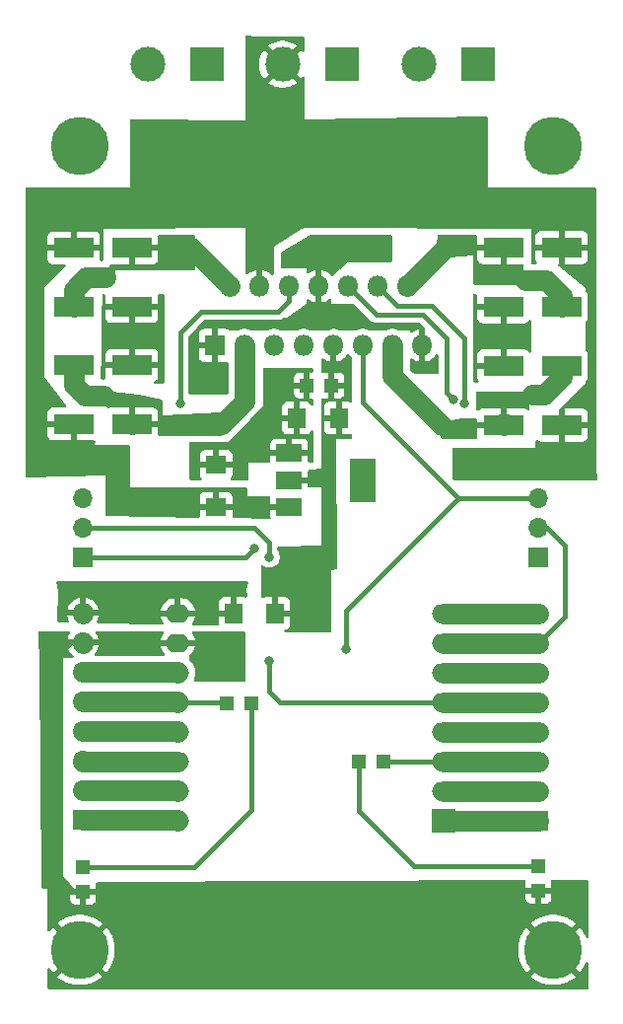
<source format=gtl>
%TF.GenerationSoftware,KiCad,Pcbnew,9.0.5*%
%TF.CreationDate,2025-11-06T15:34:48+07:00*%
%TF.ProjectId,WirelessMD,57697265-6c65-4737-934d-442e6b696361,rev?*%
%TF.SameCoordinates,Original*%
%TF.FileFunction,Copper,L1,Top*%
%TF.FilePolarity,Positive*%
%FSLAX46Y46*%
G04 Gerber Fmt 4.6, Leading zero omitted, Abs format (unit mm)*
G04 Created by KiCad (PCBNEW 9.0.5) date 2025-11-06 15:34:48*
%MOMM*%
%LPD*%
G01*
G04 APERTURE LIST*
%TA.AperFunction,ComponentPad*%
%ADD10R,1.700000X1.700000*%
%TD*%
%TA.AperFunction,ComponentPad*%
%ADD11O,1.700000X1.700000*%
%TD*%
%TA.AperFunction,SMDPad,CuDef*%
%ADD12R,2.200000X1.500000*%
%TD*%
%TA.AperFunction,SMDPad,CuDef*%
%ADD13R,2.200000X3.800000*%
%TD*%
%TA.AperFunction,SMDPad,CuDef*%
%ADD14R,3.500000X1.800000*%
%TD*%
%TA.AperFunction,ComponentPad*%
%ADD15R,3.000000X3.000000*%
%TD*%
%TA.AperFunction,ComponentPad*%
%ADD16C,3.000000*%
%TD*%
%TA.AperFunction,ComponentPad*%
%ADD17R,2.000000X2.000000*%
%TD*%
%TA.AperFunction,ComponentPad*%
%ADD18O,2.000000X1.600000*%
%TD*%
%TA.AperFunction,ComponentPad*%
%ADD19R,1.800000X1.800000*%
%TD*%
%TA.AperFunction,ComponentPad*%
%ADD20O,1.800000X1.800000*%
%TD*%
%TA.AperFunction,ComponentPad*%
%ADD21C,0.800000*%
%TD*%
%TA.AperFunction,ComponentPad*%
%ADD22C,5.000000*%
%TD*%
%TA.AperFunction,SMDPad,CuDef*%
%ADD23R,1.200000X1.200000*%
%TD*%
%TA.AperFunction,SMDPad,CuDef*%
%ADD24R,1.500000X1.800000*%
%TD*%
%TA.AperFunction,SMDPad,CuDef*%
%ADD25R,1.800000X1.500000*%
%TD*%
%TA.AperFunction,ViaPad*%
%ADD26C,0.800000*%
%TD*%
%TA.AperFunction,Conductor*%
%ADD27C,0.381000*%
%TD*%
%TA.AperFunction,Conductor*%
%ADD28C,1.800000*%
%TD*%
%TA.AperFunction,Conductor*%
%ADD29C,0.508000*%
%TD*%
G04 APERTURE END LIST*
D10*
%TO.P,J11,1,Pin_1*%
%TO.N,TX*%
X93980000Y-116063000D03*
D11*
%TO.P,J11,2,Pin_2*%
%TO.N,RX*%
X93980000Y-113523000D03*
%TO.P,J11,3,Pin_3*%
%TO.N,EN1{slash}D1*%
X93980000Y-110983000D03*
%TO.P,J11,4,Pin_4*%
%TO.N,EN2{slash}D2*%
X93980000Y-108443000D03*
%TO.P,J11,5,Pin_5*%
%TO.N,D3*%
X93980000Y-105903000D03*
%TO.P,J11,6,Pin_6*%
%TO.N,D4*%
X93980000Y-103363000D03*
%TO.P,J11,7,Pin_7*%
%TO.N,GND*%
X93980000Y-100823000D03*
%TO.P,J11,8,Pin_8*%
%TO.N,5V*%
X93980000Y-98283000D03*
%TD*%
D12*
%TO.P,U6,1,GND*%
%TO.N,GND*%
X111683000Y-84568000D03*
%TO.P,U6,2,VO*%
%TO.N,5V_MD*%
X111683000Y-86868000D03*
%TO.P,U6,3,VI*%
%TO.N,12_Vin*%
X111683000Y-89168000D03*
D13*
%TO.P,U6,4*%
%TO.N,N/C*%
X117983000Y-86868000D03*
%TD*%
D14*
%TO.P,D8,1,K*%
%TO.N,Net-(D8-Pad1)*%
X130088000Y-66910000D03*
%TO.P,D8,2,A*%
%TO.N,12_Vin*%
X135088000Y-66910000D03*
%TD*%
D15*
%TO.P,J13,1,Pin_1*%
%TO.N,GND*%
X116205000Y-51181000D03*
D16*
%TO.P,J13,2,Pin_2*%
%TO.N,12_Vin*%
X111125000Y-51181000D03*
%TD*%
D14*
%TO.P,D4,1,K*%
%TO.N,Net-(D4-Pad1)*%
X98178000Y-82051690D03*
%TO.P,D4,2,A*%
%TO.N,12_Vin*%
X93178000Y-82051690D03*
%TD*%
%TO.P,D6,1,K*%
%TO.N,Net-(D6-Pad1)*%
X130088000Y-82150000D03*
%TO.P,D6,2,A*%
%TO.N,12_Vin*%
X135088000Y-82150000D03*
%TD*%
D17*
%TO.P,U4,1,~{RST}*%
%TO.N,RST*%
X124991000Y-116078000D03*
D18*
%TO.P,U4,2,A0*%
%TO.N,A0*%
X124991000Y-113538000D03*
%TO.P,U4,3,D0*%
%TO.N,D0*%
X124991000Y-110998000D03*
%TO.P,U4,4,SCK/D5*%
%TO.N,IN1{slash}D5*%
X124991000Y-108458000D03*
%TO.P,U4,5,MISO/D6*%
%TO.N,IN2{slash}D6*%
X124991000Y-105918000D03*
%TO.P,U4,6,MOSI/D7*%
%TO.N,IN3{slash}D7*%
X124991000Y-103378000D03*
%TO.P,U4,7,CS/D8*%
%TO.N,IN4{slash}D8*%
X124991000Y-100838000D03*
%TO.P,U4,8,3V3*%
%TO.N,3V3*%
X124991000Y-98298000D03*
%TO.P,U4,9,5V*%
%TO.N,5V*%
X102131000Y-98298000D03*
%TO.P,U4,10,GND*%
%TO.N,GND*%
X102131000Y-100838000D03*
%TO.P,U4,11,D4*%
%TO.N,D4*%
X102131000Y-103378000D03*
%TO.P,U4,12,D3*%
%TO.N,D3*%
X102131000Y-105918000D03*
%TO.P,U4,13,SDA/D2*%
%TO.N,EN2{slash}D2*%
X102131000Y-108458000D03*
%TO.P,U4,14,SCL/D1*%
%TO.N,EN1{slash}D1*%
X102131000Y-110998000D03*
%TO.P,U4,15,RX*%
%TO.N,RX*%
X102131000Y-113538000D03*
%TO.P,U4,16,TX*%
%TO.N,TX*%
X102131000Y-116078000D03*
%TD*%
D19*
%TO.P,U2,1,SENSE_A*%
%TO.N,GND*%
X105325000Y-75309000D03*
D20*
%TO.P,U2,2,OUT1*%
%TO.N,Net-(D2-Pad1)*%
X106595000Y-70229000D03*
%TO.P,U2,3,OUT2*%
%TO.N,Net-(D4-Pad1)*%
X107865000Y-75309000D03*
%TO.P,U2,4,Vs*%
%TO.N,12_Vin*%
X109135000Y-70229000D03*
%TO.P,U2,5,IN1*%
%TO.N,IN1{slash}D5*%
X110405000Y-75309000D03*
%TO.P,U2,6,EnA*%
%TO.N,EN1{slash}D1*%
X111675000Y-70229000D03*
%TO.P,U2,7,IN2*%
%TO.N,IN2{slash}D6*%
X112945000Y-75309000D03*
%TO.P,U2,8,GND*%
%TO.N,GND*%
X114215000Y-70229000D03*
%TO.P,U2,9,Vss*%
%TO.N,5V_MD*%
X115485000Y-75309000D03*
%TO.P,U2,10,IN3*%
%TO.N,IN3{slash}D7*%
X116755000Y-70229000D03*
%TO.P,U2,11,EnB*%
%TO.N,EN2{slash}D2*%
X118025000Y-75309000D03*
%TO.P,U2,12,IN4*%
%TO.N,IN4{slash}D8*%
X119295000Y-70229000D03*
%TO.P,U2,13,OUT3*%
%TO.N,Net-(D6-Pad1)*%
X120565000Y-75309000D03*
%TO.P,U2,14,OUT4*%
%TO.N,Net-(D8-Pad1)*%
X121835000Y-70229000D03*
%TO.P,U2,15,SENSE_B*%
%TO.N,GND*%
X123105000Y-75309000D03*
%TD*%
D21*
%TO.P,REF\u002A\u002A,1*%
%TO.N,GND*%
X132491000Y-58166000D03*
X133040175Y-56840175D03*
X133040175Y-59491825D03*
X134366000Y-56291000D03*
D22*
X134366000Y-58166000D03*
D21*
X134366000Y-60041000D03*
X135691825Y-56840175D03*
X135691825Y-59491825D03*
X136241000Y-58166000D03*
%TD*%
D23*
%TO.P,R12,1*%
%TO.N,Net-(D11-Pad2)*%
X108458000Y-106045000D03*
%TO.P,R12,2*%
%TO.N,D3*%
X106358000Y-106045000D03*
%TD*%
D21*
%TO.P,REF\u002A\u002A,1*%
%TO.N,GND*%
X132491000Y-127182825D03*
X133040175Y-125857000D03*
X133040175Y-128508650D03*
X134366000Y-125307825D03*
D22*
X134366000Y-127182825D03*
D21*
X134366000Y-129057825D03*
X135691825Y-125857000D03*
X135691825Y-128508650D03*
X136241000Y-127182825D03*
%TD*%
D14*
%TO.P,D9,1,K*%
%TO.N,GND*%
X130088000Y-71990000D03*
%TO.P,D9,2,A*%
%TO.N,Net-(D8-Pad1)*%
X135088000Y-71990000D03*
%TD*%
%TO.P,D3,1,K*%
%TO.N,GND*%
X98178000Y-71973230D03*
%TO.P,D3,2,A*%
%TO.N,Net-(D2-Pad1)*%
X93178000Y-71973230D03*
%TD*%
D21*
%TO.P,REF\u002A\u002A,1*%
%TO.N,GND*%
X91821000Y-127182825D03*
X92370175Y-125857000D03*
X92370175Y-128508650D03*
X93696000Y-125307825D03*
D22*
X93696000Y-127182825D03*
D21*
X93696000Y-129057825D03*
X95021825Y-125857000D03*
X95021825Y-128508650D03*
X95571000Y-127182825D03*
%TD*%
D24*
%TO.P,C7,1*%
%TO.N,5V_MD*%
X115939000Y-81534000D03*
%TO.P,C7,2*%
%TO.N,GND*%
X112339000Y-81534000D03*
%TD*%
D10*
%TO.P,J8,1,Pin_1*%
%TO.N,RST*%
X133096000Y-116078000D03*
D11*
%TO.P,J8,2,Pin_2*%
%TO.N,A0*%
X133096000Y-113538000D03*
%TO.P,J8,3,Pin_3*%
%TO.N,D0*%
X133096000Y-110998000D03*
%TO.P,J8,4,Pin_4*%
%TO.N,IN1{slash}D5*%
X133096000Y-108458000D03*
%TO.P,J8,5,Pin_5*%
%TO.N,IN2{slash}D6*%
X133096000Y-105918000D03*
%TO.P,J8,6,Pin_6*%
%TO.N,IN3{slash}D7*%
X133096000Y-103378000D03*
%TO.P,J8,7,Pin_7*%
%TO.N,IN4{slash}D8*%
X133096000Y-100838000D03*
%TO.P,J8,8,Pin_8*%
%TO.N,3V3*%
X133096000Y-98298000D03*
%TD*%
D10*
%TO.P,J4,1,Pin_1*%
%TO.N,IN3{slash}D7*%
X133096000Y-93472000D03*
D11*
%TO.P,J4,2,Pin_2*%
%TO.N,IN4{slash}D8*%
X133096000Y-90932000D03*
%TO.P,J4,3,Pin_3*%
%TO.N,EN2{slash}D2*%
X133096000Y-88392000D03*
%TD*%
D23*
%TO.P,D10,1,K*%
%TO.N,GND*%
X133096000Y-122115000D03*
%TO.P,D10,2,A*%
%TO.N,Net-(D10-Pad2)*%
X133096000Y-120015000D03*
%TD*%
D14*
%TO.P,D7,1,K*%
%TO.N,GND*%
X130088000Y-77070000D03*
%TO.P,D7,2,A*%
%TO.N,Net-(D6-Pad1)*%
X135088000Y-77070000D03*
%TD*%
D10*
%TO.P,J3,1,Pin_1*%
%TO.N,IN1{slash}D5*%
X93980000Y-93472000D03*
D11*
%TO.P,J3,2,Pin_2*%
%TO.N,IN2{slash}D6*%
X93980000Y-90932000D03*
%TO.P,J3,3,Pin_3*%
%TO.N,EN1{slash}D1*%
X93980000Y-88392000D03*
%TD*%
D25*
%TO.P,C9,1*%
%TO.N,12_Vin*%
X105410000Y-89142000D03*
%TO.P,C9,2*%
%TO.N,GND*%
X105410000Y-85542000D03*
%TD*%
D23*
%TO.P,C8,1*%
%TO.N,5V_MD*%
X115316000Y-78740000D03*
%TO.P,C8,2*%
%TO.N,GND*%
X113216000Y-78740000D03*
%TD*%
D15*
%TO.P,J7,1,Pin_1*%
%TO.N,Net-(D6-Pad1)*%
X127889000Y-51181000D03*
D16*
%TO.P,J7,2,Pin_2*%
%TO.N,Net-(D8-Pad1)*%
X122809000Y-51181000D03*
%TD*%
D21*
%TO.P,REF\u002A\u002A,1*%
%TO.N,GND*%
X91851000Y-58166000D03*
X92400175Y-56840175D03*
X92400175Y-59491825D03*
X93726000Y-56291000D03*
D22*
X93726000Y-58166000D03*
D21*
X93726000Y-60041000D03*
X95051825Y-56840175D03*
X95051825Y-59491825D03*
X95601000Y-58166000D03*
%TD*%
D24*
%TO.P,F2,1*%
%TO.N,5V_MD*%
X110512000Y-98298000D03*
%TO.P,F2,2*%
%TO.N,5V*%
X106912000Y-98298000D03*
%TD*%
D23*
%TO.P,R11,1*%
%TO.N,Net-(D10-Pad2)*%
X117695000Y-110998000D03*
%TO.P,R11,2*%
%TO.N,D0*%
X119795000Y-110998000D03*
%TD*%
D15*
%TO.P,J6,1,Pin_1*%
%TO.N,Net-(D2-Pad1)*%
X104648000Y-51181000D03*
D16*
%TO.P,J6,2,Pin_2*%
%TO.N,Net-(D4-Pad1)*%
X99568000Y-51181000D03*
%TD*%
D14*
%TO.P,D2,1,K*%
%TO.N,Net-(D2-Pad1)*%
X98178000Y-66934000D03*
%TO.P,D2,2,A*%
%TO.N,12_Vin*%
X93178000Y-66934000D03*
%TD*%
%TO.P,D5,1,K*%
%TO.N,GND*%
X98178000Y-77012460D03*
%TO.P,D5,2,A*%
%TO.N,Net-(D4-Pad1)*%
X93178000Y-77012460D03*
%TD*%
D23*
%TO.P,D11,1,K*%
%TO.N,GND*%
X93980000Y-122174000D03*
%TO.P,D11,2,A*%
%TO.N,Net-(D11-Pad2)*%
X93980000Y-120074000D03*
%TD*%
D26*
%TO.N,GND*%
X113995200Y-66344800D03*
X104140000Y-78740000D03*
X106934000Y-84074000D03*
X129387600Y-74676000D03*
X105029000Y-77470000D03*
X96012000Y-101346000D03*
X107442000Y-85852000D03*
X97663000Y-74549000D03*
X117094000Y-73406000D03*
X131826000Y-74676000D03*
X106172000Y-100838000D03*
X103632000Y-77343000D03*
X115570000Y-68478400D03*
X130606800Y-74676000D03*
X115265200Y-72440800D03*
X99060000Y-74549000D03*
X114858800Y-67411600D03*
X104648000Y-102108000D03*
X97790000Y-100330000D03*
X105791000Y-78740000D03*
X112064800Y-68275200D03*
X120040400Y-67310000D03*
X112318800Y-67360800D03*
X99060000Y-100330000D03*
X106172000Y-102108000D03*
X99822000Y-101346000D03*
X98552000Y-101346000D03*
X116281200Y-67411600D03*
X100330000Y-74549000D03*
X113588800Y-67411600D03*
X104648000Y-103632000D03*
X107696000Y-83058000D03*
X117602000Y-66395600D03*
X117094000Y-72390000D03*
X115925600Y-66294000D03*
X111556800Y-73558400D03*
X119938800Y-66294000D03*
X104648000Y-100838000D03*
X97282000Y-101346000D03*
X113284000Y-73406000D03*
X106172000Y-103632000D03*
X113487200Y-72390000D03*
X108458000Y-84836000D03*
X117449600Y-67310000D03*
X103632000Y-84074000D03*
X96520000Y-100330000D03*
X128117600Y-74625200D03*
X118668800Y-67310000D03*
X115163600Y-73609200D03*
%TO.N,5V*%
X97790000Y-96266000D03*
X99060000Y-97282000D03*
X96774000Y-97282000D03*
X97790000Y-98552000D03*
X95504000Y-96266000D03*
X99568000Y-98552000D03*
X96012000Y-98552000D03*
X100076000Y-96266000D03*
%TO.N,Net-(D2-Pad1)*%
X104670000Y-68304000D03*
%TO.N,12_Vin*%
X136906000Y-85852000D03*
X90932000Y-68834000D03*
X94488000Y-84328000D03*
X134112000Y-84582000D03*
X91948000Y-85852000D03*
X131064000Y-84582000D03*
X130302000Y-85852000D03*
X136398000Y-63500000D03*
X91186000Y-65024000D03*
X93726000Y-85852000D03*
X135890000Y-84582000D03*
X96012000Y-84328000D03*
X132080000Y-85852000D03*
X132588000Y-84582000D03*
X92710000Y-84328000D03*
X133604000Y-85852000D03*
X91186000Y-84328000D03*
X136906000Y-80010000D03*
X91186000Y-63754000D03*
X90932000Y-79502000D03*
X91186000Y-62484000D03*
X128778000Y-85852000D03*
X137414000Y-84582000D03*
X129540000Y-84582000D03*
X96774000Y-85852000D03*
X97536000Y-84328000D03*
X135128000Y-85852000D03*
X136906000Y-69088000D03*
X136398000Y-64770000D03*
X136398000Y-62484000D03*
X95250000Y-85852000D03*
%TO.N,Net-(D4-Pad1)*%
X107865000Y-77301000D03*
%TO.N,Net-(D6-Pad1)*%
X120565000Y-77301000D03*
%TO.N,Net-(D8-Pad1)*%
X123337000Y-68727000D03*
%TO.N,IN1{slash}D5*%
X108712000Y-92710000D03*
%TO.N,IN2{slash}D6*%
X109982000Y-102362000D03*
X109982000Y-93472000D03*
%TO.N,EN1{slash}D1*%
X102362000Y-80264000D03*
%TO.N,IN3{slash}D7*%
X125797495Y-79947232D03*
%TO.N,IN4{slash}D8*%
X126746000Y-80264000D03*
%TO.N,EN2{slash}D2*%
X116586000Y-101346000D03*
%TD*%
D27*
%TO.N,GND*%
X107696000Y-83058000D02*
X109206000Y-84568000D01*
X93980000Y-100823000D02*
X92979000Y-100823000D01*
X93218000Y-122174000D02*
X93980000Y-122174000D01*
X91998800Y-101803200D02*
X91998800Y-120954800D01*
X109206000Y-84568000D02*
X111683000Y-84568000D01*
X92979000Y-100823000D02*
X91998800Y-101803200D01*
X91998800Y-120954800D02*
X93218000Y-122174000D01*
D28*
X93995000Y-100838000D02*
X93980000Y-100823000D01*
D29*
X105325000Y-75309000D02*
X105325000Y-74761000D01*
D28*
%TO.N,5V*%
X93995000Y-98298000D02*
X93980000Y-98283000D01*
%TO.N,Net-(D2-Pad1)*%
X93178000Y-70525000D02*
X94234000Y-69469000D01*
X103300000Y-66934000D02*
X104670000Y-68304000D01*
D27*
X98178000Y-66934000D02*
X100462000Y-66934000D01*
D28*
X93178000Y-71973230D02*
X93178000Y-70525000D01*
X104670000Y-68304000D02*
X106595000Y-70229000D01*
X94234000Y-69469000D02*
X95885000Y-69469000D01*
%TO.N,Net-(D4-Pad1)*%
X93178000Y-78700000D02*
X94107000Y-79629000D01*
X105908310Y-82051690D02*
X107865000Y-80095000D01*
X98178000Y-82049000D02*
X98178000Y-82051690D01*
X107865000Y-80095000D02*
X107865000Y-77301000D01*
X93178000Y-77012460D02*
X93178000Y-78700000D01*
X107865000Y-77301000D02*
X107865000Y-75309000D01*
X94107000Y-79629000D02*
X95758000Y-79629000D01*
%TO.N,Net-(D6-Pad1)*%
X124822000Y-82150000D02*
X120565000Y-77893000D01*
X120565000Y-77301000D02*
X120565000Y-75309000D01*
X130088000Y-82002000D02*
X130088000Y-82150000D01*
X133604000Y-79502000D02*
X132588000Y-79502000D01*
X120565000Y-77893000D02*
X120565000Y-77301000D01*
X135088000Y-77070000D02*
X135088000Y-78018000D01*
X135088000Y-78018000D02*
X133604000Y-79502000D01*
%TO.N,Net-(D8-Pad1)*%
X135088000Y-71080000D02*
X135088000Y-71990000D01*
X125154000Y-66910000D02*
X123337000Y-68727000D01*
X133731000Y-69723000D02*
X135088000Y-71080000D01*
X131953000Y-69723000D02*
X133731000Y-69723000D01*
X123337000Y-68727000D02*
X121835000Y-70229000D01*
D27*
%TO.N,Net-(D10-Pad2)*%
X133096000Y-120015000D02*
X122428000Y-120015000D01*
X122428000Y-120015000D02*
X117695000Y-115282000D01*
X117695000Y-115282000D02*
X117695000Y-110998000D01*
%TO.N,Net-(D11-Pad2)*%
X93980000Y-120074000D02*
X103573000Y-120074000D01*
X103573000Y-120074000D02*
X108458000Y-115189000D01*
X108458000Y-115189000D02*
X108458000Y-106045000D01*
%TO.N,IN1{slash}D5*%
X107950000Y-93472000D02*
X93980000Y-93472000D01*
X108712000Y-92710000D02*
X107950000Y-93472000D01*
D28*
X124991000Y-108458000D02*
X133096000Y-108458000D01*
%TO.N,IN2{slash}D6*%
X124991000Y-105918000D02*
X133096000Y-105918000D01*
D27*
X124991000Y-105918000D02*
X112877600Y-105918000D01*
X109982000Y-105054400D02*
X109982000Y-102362000D01*
X112826800Y-105968800D02*
X110896400Y-105968800D01*
X112877600Y-105918000D02*
X112826800Y-105968800D01*
X109982000Y-93472000D02*
X109982000Y-92202000D01*
X108712000Y-90932000D02*
X93980000Y-90932000D01*
X110896400Y-105968800D02*
X109982000Y-105054400D01*
X109982000Y-92202000D02*
X108712000Y-90932000D01*
%TO.N,EN1{slash}D1*%
X104140000Y-72390000D02*
X102362000Y-74168000D01*
X111675000Y-70229000D02*
X111675000Y-71459000D01*
X102362000Y-74168000D02*
X102362000Y-80264000D01*
X110744000Y-72390000D02*
X104140000Y-72390000D01*
X111675000Y-71459000D02*
X110998000Y-72136000D01*
D28*
X93995000Y-110998000D02*
X93980000Y-110983000D01*
D27*
X110998000Y-72136000D02*
X110744000Y-72390000D01*
D28*
X102131000Y-110998000D02*
X93995000Y-110998000D01*
D27*
%TO.N,IN3{slash}D7*%
X125222000Y-74676000D02*
X123190000Y-72644000D01*
X125222000Y-79371737D02*
X125222000Y-74676000D01*
D28*
X124991000Y-103378000D02*
X133096000Y-103378000D01*
D27*
X123190000Y-72644000D02*
X119170000Y-72644000D01*
X119170000Y-72644000D02*
X116755000Y-70229000D01*
X125797495Y-79947232D02*
X125222000Y-79371737D01*
%TO.N,IN4{slash}D8*%
X133858000Y-90932000D02*
X133096000Y-90932000D01*
D28*
X124991000Y-100838000D02*
X133096000Y-100838000D01*
D27*
X120948000Y-71882000D02*
X123952000Y-71882000D01*
X119295000Y-70229000D02*
X120948000Y-71882000D01*
X123952000Y-71882000D02*
X126746000Y-74676000D01*
X135382000Y-98552000D02*
X135382000Y-92456000D01*
X135382000Y-92456000D02*
X133858000Y-90932000D01*
X133096000Y-100838000D02*
X135382000Y-98552000D01*
X126746000Y-74676000D02*
X126746000Y-80264000D01*
%TO.N,EN2{slash}D2*%
X116586000Y-101346000D02*
X116586000Y-98044000D01*
D28*
X93980000Y-108443000D02*
X102116000Y-108443000D01*
D27*
X116586000Y-98044000D02*
X126238000Y-88392000D01*
X126238000Y-88392000D02*
X133096000Y-88392000D01*
X118025000Y-80179000D02*
X126238000Y-88392000D01*
D28*
X102116000Y-108443000D02*
X102131000Y-108458000D01*
D27*
X118025000Y-75309000D02*
X118025000Y-80179000D01*
D28*
%TO.N,RST*%
X124991000Y-116078000D02*
X133096000Y-116078000D01*
%TO.N,A0*%
X124991000Y-113538000D02*
X133096000Y-113538000D01*
%TO.N,D0*%
X124991000Y-110998000D02*
X133096000Y-110998000D01*
D27*
X119795000Y-110998000D02*
X124991000Y-110998000D01*
D28*
%TO.N,3V3*%
X124991000Y-98298000D02*
X133096000Y-98298000D01*
%TO.N,TX*%
X93980000Y-116063000D02*
X102116000Y-116063000D01*
X102116000Y-116063000D02*
X102131000Y-116078000D01*
%TO.N,RX*%
X102116000Y-113523000D02*
X102131000Y-113538000D01*
X93980000Y-113523000D02*
X102116000Y-113523000D01*
%TO.N,D3*%
X102116000Y-105903000D02*
X102131000Y-105918000D01*
D27*
X102131000Y-105918000D02*
X106231000Y-105918000D01*
D28*
X93980000Y-105903000D02*
X102116000Y-105903000D01*
D27*
X106231000Y-105918000D02*
X106358000Y-106045000D01*
D28*
%TO.N,D4*%
X102116000Y-103363000D02*
X102131000Y-103378000D01*
X93980000Y-103363000D02*
X102116000Y-103363000D01*
%TD*%
%TA.AperFunction,Conductor*%
%TO.N,GND*%
G36*
X127776707Y-70886002D02*
G01*
X127823200Y-70939658D01*
X127833864Y-71005470D01*
X127830000Y-71041402D01*
X127830000Y-71736000D01*
X129962000Y-71736000D01*
X130030121Y-71756002D01*
X130076614Y-71809658D01*
X130088000Y-71862000D01*
X130088000Y-71990000D01*
X130216000Y-71990000D01*
X130284121Y-72010002D01*
X130330614Y-72063658D01*
X130342000Y-72116000D01*
X130342000Y-73398000D01*
X131886585Y-73398000D01*
X131886597Y-73397999D01*
X131947093Y-73391494D01*
X132083964Y-73340444D01*
X132083965Y-73340444D01*
X132200904Y-73252904D01*
X132259532Y-73174587D01*
X132316368Y-73132040D01*
X132387183Y-73126976D01*
X132449496Y-73161001D01*
X132483521Y-73223313D01*
X132486400Y-73250096D01*
X132486400Y-75809903D01*
X132466398Y-75878024D01*
X132412742Y-75924517D01*
X132342468Y-75934621D01*
X132277888Y-75905127D01*
X132259532Y-75885413D01*
X132200902Y-75807094D01*
X132083965Y-75719555D01*
X131947093Y-75668505D01*
X131886597Y-75662000D01*
X130342000Y-75662000D01*
X130342000Y-76944000D01*
X130321998Y-77012121D01*
X130268342Y-77058614D01*
X130216000Y-77070000D01*
X130088000Y-77070000D01*
X130088000Y-77198000D01*
X130067998Y-77266121D01*
X130014342Y-77312614D01*
X129962000Y-77324000D01*
X127830000Y-77324000D01*
X127830000Y-78018597D01*
X127836505Y-78079093D01*
X127887555Y-78215964D01*
X127887555Y-78215965D01*
X127938854Y-78284491D01*
X127963665Y-78351011D01*
X127948574Y-78420385D01*
X127898372Y-78470587D01*
X127837986Y-78486000D01*
X127634000Y-78486000D01*
X127565879Y-78465998D01*
X127519386Y-78412342D01*
X127508000Y-78360000D01*
X127508000Y-76121402D01*
X127830000Y-76121402D01*
X127830000Y-76816000D01*
X129834000Y-76816000D01*
X129834000Y-75662000D01*
X128289402Y-75662000D01*
X128228906Y-75668505D01*
X128092035Y-75719555D01*
X128092034Y-75719555D01*
X127975095Y-75807095D01*
X127887555Y-75924034D01*
X127887555Y-75924035D01*
X127836505Y-76060906D01*
X127830000Y-76121402D01*
X127508000Y-76121402D01*
X127508000Y-72938597D01*
X127830000Y-72938597D01*
X127836505Y-72999093D01*
X127887555Y-73135964D01*
X127887555Y-73135965D01*
X127975095Y-73252904D01*
X128092034Y-73340444D01*
X128228906Y-73391494D01*
X128289402Y-73397999D01*
X128289415Y-73398000D01*
X129834000Y-73398000D01*
X129834000Y-72244000D01*
X127830000Y-72244000D01*
X127830000Y-72938597D01*
X127508000Y-72938597D01*
X127508000Y-70992000D01*
X127528002Y-70923879D01*
X127581658Y-70877386D01*
X127634000Y-70866000D01*
X127708586Y-70866000D01*
X127776707Y-70886002D01*
G37*
%TD.AperFunction*%
%TD*%
%TA.AperFunction,Conductor*%
%TO.N,Net-(D2-Pad1)*%
G36*
X103574121Y-65806002D02*
G01*
X103620614Y-65859658D01*
X103632000Y-65912000D01*
X103632000Y-68708000D01*
X103611998Y-68776121D01*
X103558342Y-68822614D01*
X103506000Y-68834000D01*
X96774000Y-68834000D01*
X96774000Y-69724000D01*
X96753998Y-69792121D01*
X96700342Y-69838614D01*
X96648000Y-69850000D01*
X95149695Y-69850000D01*
X95081574Y-69829998D01*
X95035081Y-69776342D01*
X95024977Y-69706068D01*
X95026142Y-69699289D01*
X95229742Y-68681289D01*
X95262715Y-68618414D01*
X95324447Y-68583347D01*
X95353295Y-68580000D01*
X96266000Y-68580000D01*
X96266000Y-68468000D01*
X96286002Y-68399879D01*
X96339658Y-68353386D01*
X96392000Y-68342000D01*
X97924000Y-68342000D01*
X98432000Y-68342000D01*
X99976585Y-68342000D01*
X99976597Y-68341999D01*
X100037093Y-68335494D01*
X100173964Y-68284444D01*
X100173965Y-68284444D01*
X100290904Y-68196904D01*
X100378444Y-68079965D01*
X100378444Y-68079964D01*
X100429494Y-67943093D01*
X100435999Y-67882597D01*
X100436000Y-67882585D01*
X100436000Y-67188000D01*
X98432000Y-67188000D01*
X98432000Y-68342000D01*
X97924000Y-68342000D01*
X97924000Y-67060000D01*
X97944002Y-66991879D01*
X97997658Y-66945386D01*
X98050000Y-66934000D01*
X98178000Y-66934000D01*
X98178000Y-66806000D01*
X98198002Y-66737879D01*
X98251658Y-66691386D01*
X98304000Y-66680000D01*
X100436000Y-66680000D01*
X100436000Y-65985414D01*
X100435999Y-65985404D01*
X100429555Y-65925471D01*
X100442160Y-65855602D01*
X100490537Y-65803639D01*
X100554833Y-65786000D01*
X103506000Y-65786000D01*
X103574121Y-65806002D01*
G37*
%TD.AperFunction*%
%TD*%
%TA.AperFunction,Conductor*%
%TO.N,Net-(D4-Pad1)*%
G36*
X96526939Y-79248771D02*
G01*
X98797585Y-79501065D01*
X98814208Y-79504052D01*
X100742561Y-79986140D01*
X100803795Y-80022066D01*
X100835886Y-80085395D01*
X100838000Y-80108377D01*
X100838000Y-81279999D01*
X100838000Y-81280000D01*
X105785710Y-81032614D01*
X105854742Y-81049190D01*
X105903857Y-81100456D01*
X105918000Y-81158457D01*
X105918000Y-82932000D01*
X105897998Y-83000121D01*
X105844342Y-83046614D01*
X105792000Y-83058000D01*
X100562000Y-83058000D01*
X100493879Y-83037998D01*
X100447386Y-82984342D01*
X100436000Y-82932000D01*
X100436000Y-82305690D01*
X98304000Y-82305690D01*
X98235879Y-82285688D01*
X98189386Y-82232032D01*
X98178000Y-82179690D01*
X98178000Y-82051690D01*
X98050000Y-82051690D01*
X97981879Y-82031688D01*
X97935386Y-81978032D01*
X97924000Y-81925690D01*
X97924000Y-81797690D01*
X98432000Y-81797690D01*
X100436000Y-81797690D01*
X100436000Y-81103104D01*
X100435999Y-81103092D01*
X100429494Y-81042596D01*
X100378444Y-80905725D01*
X100378444Y-80905724D01*
X100290904Y-80788785D01*
X100173965Y-80701245D01*
X100037093Y-80650195D01*
X99976597Y-80643690D01*
X98432000Y-80643690D01*
X98432000Y-81797690D01*
X97924000Y-81797690D01*
X97924000Y-80643690D01*
X96379402Y-80643690D01*
X96318905Y-80650195D01*
X96182032Y-80701246D01*
X96111216Y-80706310D01*
X96048904Y-80672285D01*
X96014879Y-80609973D01*
X96012000Y-80583190D01*
X96012000Y-79374000D01*
X96032002Y-79305879D01*
X96085658Y-79259386D01*
X96138000Y-79248000D01*
X96513025Y-79248000D01*
X96526939Y-79248771D01*
G37*
%TD.AperFunction*%
%TD*%
%TA.AperFunction,Conductor*%
%TO.N,Net-(D6-Pad1)*%
G36*
X132276121Y-79268002D02*
G01*
X132322614Y-79321658D01*
X132334000Y-79374000D01*
X132334000Y-80735013D01*
X132313998Y-80803134D01*
X132260342Y-80849627D01*
X132190068Y-80859731D01*
X132132492Y-80835882D01*
X132083964Y-80799555D01*
X131947093Y-80748505D01*
X131886597Y-80742000D01*
X130342000Y-80742000D01*
X130342000Y-82024000D01*
X130321998Y-82092121D01*
X130268342Y-82138614D01*
X130216000Y-82150000D01*
X130088000Y-82150000D01*
X130088000Y-82278000D01*
X130067998Y-82346121D01*
X130014342Y-82392614D01*
X129962000Y-82404000D01*
X127830000Y-82404000D01*
X127830000Y-83098597D01*
X127837348Y-83166930D01*
X127835475Y-83167131D01*
X127832214Y-83227925D01*
X127790685Y-83285508D01*
X127724617Y-83311499D01*
X127713393Y-83312000D01*
X124812378Y-83312000D01*
X124744257Y-83291998D01*
X124697764Y-83238342D01*
X124690140Y-83216560D01*
X124587000Y-82804000D01*
X124481535Y-82382140D01*
X124484418Y-82311205D01*
X124525196Y-82253086D01*
X124533865Y-82246756D01*
X125201264Y-81801823D01*
X125246435Y-81783112D01*
X126479765Y-81536447D01*
X126504476Y-81534000D01*
X127704000Y-81534000D01*
X127772121Y-81554002D01*
X127818614Y-81607658D01*
X127830000Y-81660000D01*
X127830000Y-81896000D01*
X129834000Y-81896000D01*
X129834000Y-80742000D01*
X128289402Y-80742000D01*
X128228906Y-80748505D01*
X128092035Y-80799555D01*
X128092034Y-80799555D01*
X127967882Y-80892496D01*
X127966623Y-80890814D01*
X127914783Y-80919122D01*
X127843968Y-80914057D01*
X127787132Y-80871510D01*
X127762321Y-80804990D01*
X127762000Y-80796001D01*
X127762000Y-79374000D01*
X127782002Y-79305879D01*
X127835658Y-79259386D01*
X127888000Y-79248000D01*
X132208000Y-79248000D01*
X132276121Y-79268002D01*
G37*
%TD.AperFunction*%
%TD*%
%TA.AperFunction,Conductor*%
%TO.N,5V_MD*%
G36*
X115739000Y-76694320D02*
G01*
X115814709Y-76682329D01*
X115814711Y-76682329D01*
X116025483Y-76613844D01*
X116025485Y-76613843D01*
X116222956Y-76513227D01*
X116402253Y-76382960D01*
X116558957Y-76226256D01*
X116558959Y-76226253D01*
X116652755Y-76097156D01*
X116708977Y-76053802D01*
X116779714Y-76047727D01*
X116842505Y-76080858D01*
X116856627Y-76097156D01*
X116950422Y-76226253D01*
X116950657Y-76226576D01*
X117057096Y-76333015D01*
X117091120Y-76395325D01*
X117094000Y-76422109D01*
X117094000Y-80061398D01*
X117073998Y-80129519D01*
X117020342Y-80176012D01*
X116950068Y-80186116D01*
X116923968Y-80179454D01*
X116798093Y-80132505D01*
X116737597Y-80126000D01*
X116193000Y-80126000D01*
X116193000Y-82942000D01*
X116737585Y-82942000D01*
X116737597Y-82941999D01*
X116798096Y-82935494D01*
X116923967Y-82888546D01*
X116994782Y-82883480D01*
X117057095Y-82917505D01*
X117091120Y-82979817D01*
X117094000Y-83006601D01*
X117094000Y-83186000D01*
X117073998Y-83254121D01*
X117020342Y-83300614D01*
X116968000Y-83312000D01*
X115697000Y-83312000D01*
X115822868Y-94388470D01*
X115803641Y-94456814D01*
X115750517Y-94503913D01*
X115727436Y-94512140D01*
X115316000Y-94614999D01*
X115316000Y-99823000D01*
X115295998Y-99891121D01*
X115242342Y-99937614D01*
X115190000Y-99949000D01*
X111396336Y-99949000D01*
X111328215Y-99928998D01*
X111281722Y-99875342D01*
X111271618Y-99805068D01*
X111301112Y-99740488D01*
X111360838Y-99702104D01*
X111367360Y-99700377D01*
X111371093Y-99699494D01*
X111507964Y-99648444D01*
X111507965Y-99648444D01*
X111624904Y-99560904D01*
X111712444Y-99443965D01*
X111712444Y-99443964D01*
X111763494Y-99307093D01*
X111769999Y-99246597D01*
X111770000Y-99246585D01*
X111770000Y-98552000D01*
X110638000Y-98552000D01*
X110569879Y-98531998D01*
X110523386Y-98478342D01*
X110512000Y-98426000D01*
X110512000Y-98298000D01*
X110384000Y-98298000D01*
X110315879Y-98277998D01*
X110269386Y-98224342D01*
X110258000Y-98172000D01*
X110258000Y-98044000D01*
X110766000Y-98044000D01*
X111770000Y-98044000D01*
X111770000Y-97349414D01*
X111769999Y-97349402D01*
X111763494Y-97288906D01*
X111712444Y-97152035D01*
X111712444Y-97152034D01*
X111624904Y-97035095D01*
X111507965Y-96947555D01*
X111371093Y-96896505D01*
X111310597Y-96890000D01*
X110766000Y-96890000D01*
X110766000Y-98044000D01*
X110258000Y-98044000D01*
X110258000Y-96890000D01*
X109713402Y-96890000D01*
X109652906Y-96896505D01*
X109516035Y-96947555D01*
X109516031Y-96947557D01*
X109495303Y-96963074D01*
X109428783Y-96987883D01*
X109359409Y-96972790D01*
X109309208Y-96922587D01*
X109293816Y-96864379D01*
X109249832Y-94313309D01*
X109268656Y-94244858D01*
X109321503Y-94197447D01*
X109391592Y-94186133D01*
X109445814Y-94206375D01*
X109551664Y-94277102D01*
X109717000Y-94345587D01*
X109892521Y-94380500D01*
X109892522Y-94380500D01*
X110071478Y-94380500D01*
X110071479Y-94380500D01*
X110247000Y-94345587D01*
X110412336Y-94277102D01*
X110561135Y-94177678D01*
X110687678Y-94051135D01*
X110787102Y-93902336D01*
X110855587Y-93737000D01*
X110890500Y-93561479D01*
X110890500Y-93382521D01*
X110855587Y-93207000D01*
X110787102Y-93041664D01*
X110702235Y-92914651D01*
X110696492Y-92896311D01*
X110686104Y-92880147D01*
X110681580Y-92848689D01*
X110681020Y-92846898D01*
X110681000Y-92844649D01*
X110681000Y-92670329D01*
X110701002Y-92602208D01*
X110754658Y-92555715D01*
X110803920Y-92544367D01*
X114427000Y-92456000D01*
X114427000Y-87503000D01*
X113417000Y-87503000D01*
X113348879Y-87482998D01*
X113302386Y-87429342D01*
X113291000Y-87377000D01*
X113291000Y-87122000D01*
X111809000Y-87122000D01*
X111740879Y-87101998D01*
X111694386Y-87048342D01*
X111683000Y-86996000D01*
X111683000Y-86740000D01*
X111703002Y-86671879D01*
X111756658Y-86625386D01*
X111809000Y-86614000D01*
X113291000Y-86614000D01*
X113291000Y-86100260D01*
X113311002Y-86032139D01*
X113364658Y-85985646D01*
X113422034Y-85974361D01*
X113538000Y-85979000D01*
X114427000Y-85852000D01*
X114427000Y-82482597D01*
X114681000Y-82482597D01*
X114687505Y-82543093D01*
X114738555Y-82679964D01*
X114738555Y-82679965D01*
X114826095Y-82796904D01*
X114943034Y-82884444D01*
X115079906Y-82935494D01*
X115140402Y-82941999D01*
X115140415Y-82942000D01*
X115685000Y-82942000D01*
X115685000Y-81788000D01*
X114681000Y-81788000D01*
X114681000Y-82482597D01*
X114427000Y-82482597D01*
X114427000Y-80585402D01*
X114681000Y-80585402D01*
X114681000Y-81280000D01*
X115685000Y-81280000D01*
X115685000Y-80126000D01*
X115140402Y-80126000D01*
X115079906Y-80132505D01*
X114943035Y-80183555D01*
X114943034Y-80183555D01*
X114826095Y-80271095D01*
X114738555Y-80388034D01*
X114738555Y-80388035D01*
X114687505Y-80524906D01*
X114681000Y-80585402D01*
X114427000Y-80585402D01*
X114427000Y-79955867D01*
X114447002Y-79887746D01*
X114500658Y-79841253D01*
X114570932Y-79831149D01*
X114597037Y-79837813D01*
X114606906Y-79841494D01*
X114667402Y-79847999D01*
X114667415Y-79848000D01*
X115062000Y-79848000D01*
X115570000Y-79848000D01*
X115964585Y-79848000D01*
X115964597Y-79847999D01*
X116025093Y-79841494D01*
X116161964Y-79790444D01*
X116161965Y-79790444D01*
X116278904Y-79702904D01*
X116366444Y-79585965D01*
X116366444Y-79585964D01*
X116417494Y-79449093D01*
X116423999Y-79388597D01*
X116424000Y-79388585D01*
X116424000Y-78994000D01*
X115570000Y-78994000D01*
X115570000Y-79848000D01*
X115062000Y-79848000D01*
X115062000Y-78486000D01*
X115570000Y-78486000D01*
X116424000Y-78486000D01*
X116424000Y-78091414D01*
X116423999Y-78091402D01*
X116417494Y-78030906D01*
X116366444Y-77894035D01*
X116366444Y-77894034D01*
X116278904Y-77777095D01*
X116161965Y-77689555D01*
X116025093Y-77638505D01*
X115964597Y-77632000D01*
X115570000Y-77632000D01*
X115570000Y-78486000D01*
X115062000Y-78486000D01*
X115062000Y-77632000D01*
X114667402Y-77632000D01*
X114606904Y-77638505D01*
X114597031Y-77642188D01*
X114526215Y-77647252D01*
X114463903Y-77613226D01*
X114429879Y-77550914D01*
X114427000Y-77524132D01*
X114427000Y-76527990D01*
X114447002Y-76459869D01*
X114500658Y-76413376D01*
X114570932Y-76403272D01*
X114627062Y-76426054D01*
X114747047Y-76513229D01*
X114944514Y-76613843D01*
X114944516Y-76613844D01*
X115155289Y-76682329D01*
X115231000Y-76694320D01*
X115231000Y-75739702D01*
X115292007Y-75774925D01*
X115419174Y-75809000D01*
X115550826Y-75809000D01*
X115677993Y-75774925D01*
X115739000Y-75739702D01*
X115739000Y-76694320D01*
G37*
%TD.AperFunction*%
%TD*%
%TA.AperFunction,Conductor*%
%TO.N,Net-(D8-Pad1)*%
G36*
X127776707Y-65806002D02*
G01*
X127823200Y-65859658D01*
X127833864Y-65925470D01*
X127830000Y-65961402D01*
X127830000Y-66656000D01*
X129962000Y-66656000D01*
X130030121Y-66676002D01*
X130076614Y-66729658D01*
X130088000Y-66782000D01*
X130088000Y-66910000D01*
X130216000Y-66910000D01*
X130284121Y-66930002D01*
X130330614Y-66983658D01*
X130342000Y-67036000D01*
X130342000Y-68318000D01*
X131700000Y-68318000D01*
X131768121Y-68338002D01*
X131814614Y-68391658D01*
X131826000Y-68444000D01*
X131826000Y-69978000D01*
X131805998Y-70046121D01*
X131752342Y-70092614D01*
X131700000Y-70104000D01*
X127634000Y-70104000D01*
X127565879Y-70083998D01*
X127519386Y-70030342D01*
X127508000Y-69978000D01*
X127508000Y-67858597D01*
X127830000Y-67858597D01*
X127836505Y-67919093D01*
X127887555Y-68055964D01*
X127887555Y-68055965D01*
X127975095Y-68172904D01*
X128092034Y-68260444D01*
X128228906Y-68311494D01*
X128289402Y-68317999D01*
X128289415Y-68318000D01*
X129834000Y-68318000D01*
X129834000Y-67164000D01*
X127830000Y-67164000D01*
X127830000Y-67858597D01*
X127508000Y-67858597D01*
X127508000Y-67564000D01*
X127507999Y-67563999D01*
X124359827Y-67806167D01*
X124290373Y-67791448D01*
X124239901Y-67741517D01*
X124224438Y-67672225D01*
X124225136Y-67664910D01*
X124296227Y-67096181D01*
X124310293Y-66983658D01*
X124438075Y-65961402D01*
X124446204Y-65896372D01*
X124474501Y-65831258D01*
X124533509Y-65791779D01*
X124571231Y-65786000D01*
X127708586Y-65786000D01*
X127776707Y-65806002D01*
G37*
%TD.AperFunction*%
%TD*%
%TA.AperFunction,Conductor*%
%TO.N,12_Vin*%
G36*
X108100703Y-48671140D02*
G01*
X108262140Y-48703428D01*
X108584998Y-48768000D01*
X108585000Y-48768000D01*
X112904000Y-48768000D01*
X112972121Y-48788002D01*
X113018614Y-48841658D01*
X113030000Y-48894000D01*
X113030000Y-49994606D01*
X113009998Y-50062727D01*
X112956342Y-50109220D01*
X112886068Y-50119324D01*
X112821488Y-50089830D01*
X112800705Y-50066277D01*
X112800685Y-50066293D01*
X112800457Y-50065996D01*
X112799242Y-50064619D01*
X112798172Y-50063018D01*
X112713081Y-49952127D01*
X111811888Y-50853320D01*
X111798503Y-50821005D01*
X111715330Y-50696528D01*
X111609472Y-50590670D01*
X111484995Y-50507497D01*
X111452678Y-50494111D01*
X112353871Y-49592917D01*
X112353870Y-49592916D01*
X112242981Y-49507827D01*
X112242975Y-49507823D01*
X112015034Y-49376221D01*
X112015023Y-49376216D01*
X111771835Y-49275484D01*
X111517575Y-49207355D01*
X111256613Y-49173000D01*
X110993386Y-49173000D01*
X110732424Y-49207355D01*
X110478164Y-49275484D01*
X110234976Y-49376216D01*
X110234965Y-49376221D01*
X110007024Y-49507823D01*
X109896127Y-49592917D01*
X110797321Y-50494111D01*
X110765005Y-50507497D01*
X110640528Y-50590670D01*
X110534670Y-50696528D01*
X110451497Y-50821005D01*
X110438111Y-50853321D01*
X109536917Y-49952127D01*
X109451823Y-50063024D01*
X109320221Y-50290965D01*
X109320216Y-50290976D01*
X109219484Y-50534164D01*
X109151355Y-50788424D01*
X109117000Y-51049386D01*
X109117000Y-51312613D01*
X109151355Y-51573575D01*
X109219484Y-51827835D01*
X109320216Y-52071023D01*
X109320221Y-52071034D01*
X109451823Y-52298975D01*
X109451827Y-52298981D01*
X109536916Y-52409870D01*
X109536917Y-52409871D01*
X110438110Y-51508677D01*
X110451497Y-51540995D01*
X110534670Y-51665472D01*
X110640528Y-51771330D01*
X110765005Y-51854503D01*
X110797320Y-51867888D01*
X109896127Y-52769081D01*
X109896127Y-52769082D01*
X110007017Y-52854171D01*
X110007024Y-52854176D01*
X110234965Y-52985778D01*
X110234976Y-52985783D01*
X110478164Y-53086515D01*
X110732424Y-53154644D01*
X110993386Y-53188999D01*
X110993396Y-53189000D01*
X111256604Y-53189000D01*
X111256613Y-53188999D01*
X111517575Y-53154644D01*
X111771835Y-53086515D01*
X112015023Y-52985783D01*
X112015034Y-52985778D01*
X112242975Y-52854176D01*
X112242981Y-52854172D01*
X112353871Y-52769082D01*
X112353871Y-52769081D01*
X111452679Y-51867888D01*
X111484995Y-51854503D01*
X111609472Y-51771330D01*
X111715330Y-51665472D01*
X111798503Y-51540995D01*
X111811888Y-51508678D01*
X112713081Y-52409871D01*
X112713082Y-52409871D01*
X112798173Y-52298979D01*
X112799236Y-52297390D01*
X112799675Y-52297022D01*
X112800685Y-52295707D01*
X112800979Y-52295932D01*
X112853713Y-52251863D01*
X112924156Y-52243016D01*
X112988200Y-52273657D01*
X113025511Y-52334060D01*
X113030000Y-52367393D01*
X113030000Y-55886296D01*
X113030000Y-55886298D01*
X128649918Y-55628117D01*
X128718360Y-55646991D01*
X128765733Y-55699871D01*
X128778000Y-55754100D01*
X128778000Y-61722000D01*
X137923000Y-61722000D01*
X137991121Y-61742002D01*
X138037614Y-61795658D01*
X138049000Y-61848000D01*
X138049000Y-86233000D01*
X138050000Y-86233000D01*
X138118121Y-86253002D01*
X138164614Y-86306658D01*
X138176000Y-86359000D01*
X138176000Y-86742000D01*
X138155998Y-86810121D01*
X138102342Y-86856614D01*
X138050000Y-86868000D01*
X125856000Y-86868000D01*
X125787879Y-86847998D01*
X125741386Y-86794342D01*
X125730000Y-86742000D01*
X125730000Y-84200000D01*
X125750002Y-84131879D01*
X125803658Y-84085386D01*
X125856000Y-84074000D01*
X132842000Y-84074000D01*
X132842000Y-83564986D01*
X132862002Y-83496865D01*
X132915658Y-83450372D01*
X132985932Y-83440268D01*
X133043509Y-83464118D01*
X133092034Y-83500444D01*
X133228906Y-83551494D01*
X133289402Y-83557999D01*
X133289415Y-83558000D01*
X134834000Y-83558000D01*
X135342000Y-83558000D01*
X136886585Y-83558000D01*
X136886597Y-83557999D01*
X136947093Y-83551494D01*
X137083964Y-83500444D01*
X137083965Y-83500444D01*
X137200904Y-83412904D01*
X137288444Y-83295965D01*
X137288444Y-83295964D01*
X137339494Y-83159093D01*
X137345999Y-83098597D01*
X137346000Y-83098585D01*
X137346000Y-82404000D01*
X135342000Y-82404000D01*
X135342000Y-83558000D01*
X134834000Y-83558000D01*
X134834000Y-81896000D01*
X135342000Y-81896000D01*
X137346000Y-81896000D01*
X137346000Y-81201414D01*
X137345999Y-81201402D01*
X137339494Y-81140906D01*
X137288444Y-81004035D01*
X137288444Y-81004034D01*
X137200904Y-80887095D01*
X137083965Y-80799555D01*
X136947093Y-80748505D01*
X136886597Y-80742000D01*
X135342000Y-80742000D01*
X135342000Y-81896000D01*
X134834000Y-81896000D01*
X134834000Y-80812000D01*
X137160000Y-78486000D01*
X137160000Y-78426713D01*
X137180002Y-78358592D01*
X137196905Y-78337618D01*
X137201258Y-78333264D01*
X137201259Y-78333262D01*
X137201261Y-78333261D01*
X137267349Y-78244977D01*
X137288887Y-78216207D01*
X137288887Y-78216206D01*
X137288889Y-78216204D01*
X137339989Y-78079201D01*
X137342687Y-78054113D01*
X137346499Y-78018649D01*
X137346500Y-78018632D01*
X137346500Y-76121367D01*
X137346499Y-76121350D01*
X137339990Y-76060803D01*
X137339988Y-76060795D01*
X137288889Y-75923797D01*
X137288887Y-75923792D01*
X137201259Y-75806736D01*
X137196905Y-75802382D01*
X137162879Y-75740070D01*
X137160000Y-75713287D01*
X137160000Y-73346713D01*
X137180002Y-73278592D01*
X137196905Y-73257618D01*
X137201258Y-73253264D01*
X137201259Y-73253262D01*
X137201261Y-73253261D01*
X137288889Y-73136204D01*
X137339989Y-72999201D01*
X137342133Y-72979265D01*
X137346499Y-72938649D01*
X137346500Y-72938632D01*
X137346500Y-71041367D01*
X137346499Y-71041350D01*
X137339990Y-70980803D01*
X137339988Y-70980795D01*
X137288889Y-70843797D01*
X137288887Y-70843792D01*
X137201259Y-70726736D01*
X137196905Y-70722382D01*
X137162879Y-70660070D01*
X137160000Y-70633287D01*
X137160000Y-70404182D01*
X134841057Y-68506864D01*
X134801001Y-68448246D01*
X134798994Y-68377278D01*
X134831751Y-68320248D01*
X134833999Y-68318000D01*
X135342000Y-68318000D01*
X136886585Y-68318000D01*
X136886597Y-68317999D01*
X136947093Y-68311494D01*
X137083964Y-68260444D01*
X137083965Y-68260444D01*
X137200904Y-68172904D01*
X137288444Y-68055965D01*
X137288444Y-68055964D01*
X137339494Y-67919093D01*
X137345999Y-67858597D01*
X137346000Y-67858585D01*
X137346000Y-67164000D01*
X135342000Y-67164000D01*
X135342000Y-68318000D01*
X134833999Y-68318000D01*
X134834000Y-68317999D01*
X134834000Y-67164000D01*
X132830000Y-67164000D01*
X132830000Y-67858597D01*
X132836505Y-67919093D01*
X132887555Y-68055964D01*
X132887555Y-68055965D01*
X132930245Y-68112991D01*
X132955056Y-68179511D01*
X132939965Y-68248885D01*
X132889763Y-68299087D01*
X132829377Y-68314500D01*
X132587000Y-68314500D01*
X132518879Y-68294498D01*
X132472386Y-68240842D01*
X132461000Y-68188500D01*
X132461000Y-65961402D01*
X132830000Y-65961402D01*
X132830000Y-66656000D01*
X134834000Y-66656000D01*
X135342000Y-66656000D01*
X137346000Y-66656000D01*
X137346000Y-65961414D01*
X137345999Y-65961402D01*
X137339494Y-65900906D01*
X137288444Y-65764035D01*
X137288444Y-65764034D01*
X137200904Y-65647095D01*
X137083965Y-65559555D01*
X136947093Y-65508505D01*
X136886597Y-65502000D01*
X135342000Y-65502000D01*
X135342000Y-66656000D01*
X134834000Y-66656000D01*
X134834000Y-65502000D01*
X133289402Y-65502000D01*
X133228906Y-65508505D01*
X133092035Y-65559555D01*
X133092034Y-65559555D01*
X132975095Y-65647095D01*
X132887555Y-65764034D01*
X132887555Y-65764035D01*
X132836505Y-65900906D01*
X132830000Y-65961402D01*
X132461000Y-65961402D01*
X132461000Y-65277999D01*
X113030000Y-65211738D01*
X112776001Y-65277999D01*
X110363000Y-66802000D01*
X110363000Y-69161596D01*
X110342998Y-69229717D01*
X110289342Y-69276210D01*
X110219068Y-69286314D01*
X110154488Y-69256820D01*
X110147905Y-69250691D01*
X110052253Y-69155039D01*
X109872956Y-69024772D01*
X109675485Y-68924156D01*
X109675483Y-68924155D01*
X109464709Y-68855669D01*
X109389000Y-68843678D01*
X109389000Y-69798297D01*
X109327993Y-69763075D01*
X109200826Y-69729000D01*
X109069174Y-69729000D01*
X108942007Y-69763075D01*
X108881000Y-69798297D01*
X108881000Y-68843678D01*
X108805290Y-68855669D01*
X108594516Y-68924155D01*
X108594514Y-68924156D01*
X108397043Y-69024772D01*
X108217746Y-69155039D01*
X108217743Y-69155042D01*
X108165095Y-69207691D01*
X108102783Y-69241717D01*
X108031968Y-69236652D01*
X107975132Y-69194105D01*
X107950321Y-69127585D01*
X107950000Y-69118596D01*
X107950000Y-65195963D01*
X107949999Y-65195962D01*
X95758000Y-65277999D01*
X95758000Y-67934500D01*
X95737998Y-68002621D01*
X95684342Y-68049114D01*
X95632000Y-68060500D01*
X95557145Y-68060500D01*
X95489024Y-68040498D01*
X95442531Y-67986842D01*
X95431867Y-67921030D01*
X95435999Y-67882597D01*
X95436000Y-67882585D01*
X95436000Y-67188000D01*
X90920000Y-67188000D01*
X90920000Y-67882597D01*
X90926505Y-67943093D01*
X90977555Y-68079964D01*
X90977555Y-68079965D01*
X91065095Y-68196904D01*
X91182034Y-68284444D01*
X91318906Y-68335494D01*
X91379402Y-68341999D01*
X91379415Y-68342000D01*
X92389810Y-68342000D01*
X92457931Y-68362002D01*
X92504424Y-68415658D01*
X92514528Y-68485932D01*
X92485034Y-68550512D01*
X92478905Y-68557095D01*
X90678000Y-70357998D01*
X90678000Y-77978000D01*
X92526067Y-80442090D01*
X92550938Y-80508588D01*
X92535909Y-80577976D01*
X92485752Y-80628223D01*
X92425267Y-80643690D01*
X91379402Y-80643690D01*
X91318906Y-80650195D01*
X91182035Y-80701245D01*
X91182034Y-80701245D01*
X91065095Y-80788785D01*
X90977555Y-80905724D01*
X90977555Y-80905725D01*
X90926505Y-81042596D01*
X90920000Y-81103092D01*
X90920000Y-81797690D01*
X93052000Y-81797690D01*
X93120121Y-81817692D01*
X93166614Y-81871348D01*
X93178000Y-81923690D01*
X93178000Y-82051690D01*
X93306000Y-82051690D01*
X93374121Y-82071692D01*
X93420614Y-82125348D01*
X93432000Y-82177690D01*
X93432000Y-83459690D01*
X94925119Y-83459690D01*
X94993240Y-83479692D01*
X95039733Y-83533348D01*
X95049837Y-83603622D01*
X95020343Y-83668202D01*
X95014214Y-83674785D01*
X94996000Y-83692999D01*
X94996000Y-83693000D01*
X94996000Y-83820000D01*
X97918000Y-83820000D01*
X97986121Y-83840002D01*
X98032614Y-83893658D01*
X98044000Y-83946000D01*
X98044000Y-87503000D01*
X107951000Y-87503000D01*
X108019121Y-87523002D01*
X108065614Y-87576658D01*
X108077000Y-87629000D01*
X108077000Y-88265000D01*
X109949000Y-88265000D01*
X110017121Y-88285002D01*
X110063614Y-88338658D01*
X110075000Y-88391000D01*
X110075000Y-88914000D01*
X111557000Y-88914000D01*
X111625121Y-88934002D01*
X111671614Y-88987658D01*
X111683000Y-89040000D01*
X111683000Y-89296000D01*
X111662998Y-89364121D01*
X111609342Y-89410614D01*
X111557000Y-89422000D01*
X110075000Y-89422000D01*
X110075000Y-89966597D01*
X110081505Y-90027095D01*
X110090039Y-90049976D01*
X110095102Y-90120791D01*
X110061075Y-90183103D01*
X109998762Y-90217126D01*
X109969263Y-90219976D01*
X106931781Y-90154418D01*
X106864108Y-90132950D01*
X106818784Y-90078304D01*
X106810198Y-90007828D01*
X106811428Y-90001703D01*
X106817999Y-89940597D01*
X106818000Y-89940585D01*
X106818000Y-89396000D01*
X104002000Y-89396000D01*
X104002000Y-89940585D01*
X104002001Y-89940605D01*
X104002904Y-89949005D01*
X103990297Y-90018874D01*
X103941918Y-90070835D01*
X103874907Y-90088443D01*
X96008281Y-89918660D01*
X95940608Y-89897192D01*
X95895284Y-89842546D01*
X95885000Y-89792689D01*
X95885000Y-88343402D01*
X104002000Y-88343402D01*
X104002000Y-88888000D01*
X105156000Y-88888000D01*
X105664000Y-88888000D01*
X106818000Y-88888000D01*
X106818000Y-88343414D01*
X106817999Y-88343402D01*
X106811494Y-88282906D01*
X106760444Y-88146035D01*
X106760444Y-88146034D01*
X106672904Y-88029095D01*
X106555965Y-87941555D01*
X106419093Y-87890505D01*
X106358597Y-87884000D01*
X105664000Y-87884000D01*
X105664000Y-88888000D01*
X105156000Y-88888000D01*
X105156000Y-87884000D01*
X104461402Y-87884000D01*
X104400906Y-87890505D01*
X104264035Y-87941555D01*
X104264034Y-87941555D01*
X104147095Y-88029095D01*
X104059555Y-88146034D01*
X104059555Y-88146035D01*
X104008505Y-88282906D01*
X104002000Y-88343402D01*
X95885000Y-88343402D01*
X95885000Y-86487000D01*
X95884999Y-86487000D01*
X89155333Y-86611623D01*
X89086854Y-86592886D01*
X89039375Y-86540100D01*
X89027000Y-86485645D01*
X89027000Y-83000287D01*
X90920000Y-83000287D01*
X90926505Y-83060783D01*
X90977555Y-83197654D01*
X90977555Y-83197655D01*
X91065095Y-83314594D01*
X91182034Y-83402134D01*
X91318906Y-83453184D01*
X91379402Y-83459689D01*
X91379415Y-83459690D01*
X92924000Y-83459690D01*
X92924000Y-82305690D01*
X90920000Y-82305690D01*
X90920000Y-83000287D01*
X89027000Y-83000287D01*
X89027000Y-65985402D01*
X90920000Y-65985402D01*
X90920000Y-66680000D01*
X92924000Y-66680000D01*
X93432000Y-66680000D01*
X95436000Y-66680000D01*
X95436000Y-65985414D01*
X95435999Y-65985402D01*
X95429494Y-65924906D01*
X95378444Y-65788035D01*
X95378444Y-65788034D01*
X95290904Y-65671095D01*
X95173965Y-65583555D01*
X95037093Y-65532505D01*
X94976597Y-65526000D01*
X93432000Y-65526000D01*
X93432000Y-66680000D01*
X92924000Y-66680000D01*
X92924000Y-65526000D01*
X91379402Y-65526000D01*
X91318906Y-65532505D01*
X91182035Y-65583555D01*
X91182034Y-65583555D01*
X91065095Y-65671095D01*
X90977555Y-65788034D01*
X90977555Y-65788035D01*
X90926505Y-65924906D01*
X90920000Y-65985402D01*
X89027000Y-65985402D01*
X89027000Y-61848000D01*
X89047002Y-61779879D01*
X89100658Y-61733386D01*
X89153000Y-61722000D01*
X98044000Y-61722000D01*
X98044000Y-56007153D01*
X98064002Y-55939032D01*
X98117658Y-55892539D01*
X98171145Y-55881158D01*
X107950000Y-55970264D01*
X107950000Y-48794695D01*
X107970002Y-48726574D01*
X108023658Y-48680081D01*
X108093932Y-48669977D01*
X108100703Y-48671140D01*
G37*
%TD.AperFunction*%
%TD*%
%TA.AperFunction,Conductor*%
%TO.N,5V*%
G36*
X108120300Y-95524002D02*
G01*
X108166793Y-95577658D01*
X108176897Y-95647932D01*
X108176021Y-95653220D01*
X108051600Y-96316799D01*
X108051599Y-96316810D01*
X108077334Y-96822914D01*
X108060818Y-96891963D01*
X108009592Y-96941121D01*
X107939922Y-96954780D01*
X107907465Y-96947369D01*
X107771093Y-96896505D01*
X107710597Y-96890000D01*
X107166000Y-96890000D01*
X107166000Y-98172000D01*
X107145998Y-98240121D01*
X107092342Y-98286614D01*
X107040000Y-98298000D01*
X106912000Y-98298000D01*
X106912000Y-98426000D01*
X106891998Y-98494121D01*
X106838342Y-98540614D01*
X106786000Y-98552000D01*
X105654000Y-98552000D01*
X105654000Y-99188000D01*
X105633998Y-99256121D01*
X105580342Y-99302614D01*
X105528000Y-99314000D01*
X103456899Y-99314000D01*
X103388778Y-99293998D01*
X103342285Y-99240342D01*
X103332181Y-99170068D01*
X103354963Y-99113939D01*
X103449699Y-98983545D01*
X103543170Y-98800099D01*
X103543173Y-98800093D01*
X103606791Y-98604295D01*
X103615074Y-98552000D01*
X102561703Y-98552000D01*
X102596925Y-98490993D01*
X102631000Y-98363826D01*
X102631000Y-98232174D01*
X102596925Y-98105007D01*
X102561703Y-98044000D01*
X103615074Y-98044000D01*
X103606791Y-97991704D01*
X103543173Y-97795906D01*
X103543170Y-97795900D01*
X103449699Y-97612454D01*
X103328684Y-97445892D01*
X103328682Y-97445889D01*
X103232195Y-97349402D01*
X105654000Y-97349402D01*
X105654000Y-98044000D01*
X106658000Y-98044000D01*
X106658000Y-96890000D01*
X106113402Y-96890000D01*
X106052906Y-96896505D01*
X105916035Y-96947555D01*
X105916034Y-96947555D01*
X105799095Y-97035095D01*
X105711555Y-97152034D01*
X105711555Y-97152035D01*
X105660505Y-97288906D01*
X105654000Y-97349402D01*
X103232195Y-97349402D01*
X103183110Y-97300317D01*
X103183107Y-97300315D01*
X103016545Y-97179300D01*
X102833099Y-97085829D01*
X102833093Y-97085826D01*
X102637294Y-97022208D01*
X102637298Y-97022208D01*
X102433939Y-96990000D01*
X102385000Y-96990000D01*
X102385000Y-97867297D01*
X102323993Y-97832075D01*
X102196826Y-97798000D01*
X102065174Y-97798000D01*
X101938007Y-97832075D01*
X101877000Y-97867297D01*
X101877000Y-96990000D01*
X101828061Y-96990000D01*
X101624703Y-97022208D01*
X101428906Y-97085826D01*
X101428900Y-97085829D01*
X101245454Y-97179300D01*
X101078892Y-97300315D01*
X101078889Y-97300317D01*
X100933317Y-97445889D01*
X100933315Y-97445892D01*
X100812300Y-97612454D01*
X100718829Y-97795900D01*
X100718826Y-97795906D01*
X100655208Y-97991704D01*
X100646926Y-98044000D01*
X101700297Y-98044000D01*
X101665075Y-98105007D01*
X101631000Y-98232174D01*
X101631000Y-98363826D01*
X101665075Y-98490993D01*
X101700297Y-98552000D01*
X100646926Y-98552000D01*
X100655208Y-98604295D01*
X100718826Y-98800093D01*
X100718829Y-98800099D01*
X100812299Y-98983544D01*
X100873428Y-99067680D01*
X100897286Y-99134547D01*
X100881206Y-99203699D01*
X100830292Y-99253179D01*
X100768576Y-99267707D01*
X95269919Y-99140423D01*
X95202279Y-99118850D01*
X95157041Y-99064133D01*
X95148566Y-98993644D01*
X95160568Y-98957254D01*
X95238506Y-98804292D01*
X95238509Y-98804286D01*
X95304559Y-98601004D01*
X95314698Y-98537000D01*
X94410703Y-98537000D01*
X94445925Y-98475993D01*
X94480000Y-98348826D01*
X94480000Y-98217174D01*
X94445925Y-98090007D01*
X94410703Y-98029000D01*
X95314697Y-98029000D01*
X95304559Y-97964995D01*
X95238509Y-97761713D01*
X95238506Y-97761707D01*
X95141463Y-97571249D01*
X95015822Y-97398320D01*
X94864679Y-97247177D01*
X94691750Y-97121536D01*
X94501292Y-97024493D01*
X94501286Y-97024490D01*
X94298004Y-96958440D01*
X94234000Y-96948302D01*
X94234000Y-97852297D01*
X94172993Y-97817075D01*
X94045826Y-97783000D01*
X93914174Y-97783000D01*
X93787007Y-97817075D01*
X93726000Y-97852297D01*
X93726000Y-96948302D01*
X93661995Y-96958440D01*
X93458713Y-97024490D01*
X93458707Y-97024493D01*
X93268249Y-97121536D01*
X93095320Y-97247177D01*
X92944177Y-97398320D01*
X92818536Y-97571249D01*
X92721493Y-97761707D01*
X92721490Y-97761713D01*
X92655440Y-97964995D01*
X92645302Y-98029000D01*
X93549297Y-98029000D01*
X93514075Y-98090007D01*
X93480000Y-98217174D01*
X93480000Y-98348826D01*
X93514075Y-98475993D01*
X93549297Y-98537000D01*
X92645302Y-98537000D01*
X92655440Y-98601004D01*
X92721490Y-98804286D01*
X92721493Y-98804292D01*
X92768570Y-98896686D01*
X92781674Y-98966463D01*
X92754974Y-99032248D01*
X92696946Y-99073154D01*
X92653387Y-99079855D01*
X91921028Y-99062903D01*
X91853389Y-99041330D01*
X91808150Y-98986613D01*
X91797966Y-98934563D01*
X91846400Y-96367600D01*
X91720099Y-95651895D01*
X91727959Y-95581337D01*
X91772718Y-95526227D01*
X91840167Y-95504064D01*
X91844182Y-95504000D01*
X108052179Y-95504000D01*
X108120300Y-95524002D01*
G37*
%TD.AperFunction*%
%TD*%
%TA.AperFunction,Conductor*%
%TO.N,GND*%
G36*
X114469000Y-71614320D02*
G01*
X114544709Y-71602329D01*
X114544711Y-71602329D01*
X114755483Y-71533844D01*
X114755485Y-71533843D01*
X114952956Y-71433227D01*
X115115939Y-71314813D01*
X115182806Y-71290955D01*
X115251958Y-71307035D01*
X115301438Y-71357949D01*
X115316000Y-71416749D01*
X115316000Y-71755000D01*
X117168810Y-71755000D01*
X117236931Y-71775002D01*
X117257905Y-71791905D01*
X118744998Y-73278999D01*
X118745000Y-73279000D01*
X118851387Y-73279000D01*
X118899604Y-73288590D01*
X118966109Y-73316138D01*
X119101154Y-73343000D01*
X119101155Y-73343000D01*
X122848275Y-73343000D01*
X122916396Y-73363002D01*
X122937370Y-73379905D01*
X123328494Y-73771029D01*
X123362520Y-73833341D01*
X123359000Y-73882554D01*
X123359000Y-74878297D01*
X123297993Y-74843075D01*
X123170826Y-74809000D01*
X123039174Y-74809000D01*
X122912007Y-74843075D01*
X122851000Y-74878297D01*
X122851000Y-73923678D01*
X122775290Y-73935669D01*
X122564516Y-74004155D01*
X122564514Y-74004156D01*
X122367043Y-74104772D01*
X122247061Y-74191945D01*
X122180193Y-74215803D01*
X122111042Y-74199723D01*
X122061562Y-74148809D01*
X122047000Y-74090009D01*
X122047000Y-74041000D01*
X121209147Y-74041000D01*
X121151945Y-74027267D01*
X121105683Y-74003695D01*
X121105671Y-74003690D01*
X120894829Y-73935183D01*
X120894825Y-73935182D01*
X120894824Y-73935182D01*
X120675851Y-73900500D01*
X120454149Y-73900500D01*
X120235176Y-73935182D01*
X120235170Y-73935183D01*
X120024328Y-74003690D01*
X120024316Y-74003695D01*
X119978055Y-74027267D01*
X119920853Y-74041000D01*
X118669147Y-74041000D01*
X118611945Y-74027267D01*
X118565683Y-74003695D01*
X118565671Y-74003690D01*
X118354829Y-73935183D01*
X118354825Y-73935182D01*
X118354824Y-73935182D01*
X118135851Y-73900500D01*
X117914149Y-73900500D01*
X117695176Y-73935182D01*
X117695170Y-73935183D01*
X117484328Y-74003690D01*
X117484316Y-74003695D01*
X117438055Y-74027267D01*
X117380853Y-74041000D01*
X116129147Y-74041000D01*
X116071945Y-74027267D01*
X116025683Y-74003695D01*
X116025671Y-74003690D01*
X115814829Y-73935183D01*
X115814825Y-73935182D01*
X115814824Y-73935182D01*
X115595851Y-73900500D01*
X115374149Y-73900500D01*
X115155176Y-73935182D01*
X115155170Y-73935183D01*
X114944328Y-74003690D01*
X114944316Y-74003695D01*
X114898055Y-74027267D01*
X114840853Y-74041000D01*
X113589147Y-74041000D01*
X113531945Y-74027267D01*
X113485683Y-74003695D01*
X113485671Y-74003690D01*
X113274829Y-73935183D01*
X113274825Y-73935182D01*
X113274824Y-73935182D01*
X113055851Y-73900500D01*
X112834149Y-73900500D01*
X112615176Y-73935182D01*
X112615170Y-73935183D01*
X112404328Y-74003690D01*
X112404316Y-74003695D01*
X112358055Y-74027267D01*
X112300853Y-74041000D01*
X111049147Y-74041000D01*
X110991945Y-74027267D01*
X110945683Y-74003695D01*
X110945671Y-74003690D01*
X110734829Y-73935183D01*
X110734825Y-73935182D01*
X110734824Y-73935182D01*
X110515851Y-73900500D01*
X110294149Y-73900500D01*
X110075176Y-73935182D01*
X110075170Y-73935183D01*
X109864328Y-74003690D01*
X109864316Y-74003695D01*
X109818055Y-74027267D01*
X109760853Y-74041000D01*
X108509147Y-74041000D01*
X108451945Y-74027267D01*
X108405683Y-74003695D01*
X108405671Y-74003690D01*
X108194829Y-73935183D01*
X108194825Y-73935182D01*
X108194824Y-73935182D01*
X107975851Y-73900500D01*
X107754149Y-73900500D01*
X107535176Y-73935182D01*
X107535170Y-73935183D01*
X107324328Y-74003690D01*
X107324316Y-74003695D01*
X107278055Y-74027267D01*
X107220853Y-74041000D01*
X106623034Y-74041000D01*
X106554913Y-74020998D01*
X106547525Y-74015868D01*
X106470965Y-73958555D01*
X106334093Y-73907505D01*
X106273597Y-73901000D01*
X105579000Y-73901000D01*
X105579000Y-74878297D01*
X105517993Y-74843075D01*
X105390826Y-74809000D01*
X105259174Y-74809000D01*
X105132007Y-74843075D01*
X105071000Y-74878297D01*
X105071000Y-73901000D01*
X104376402Y-73901000D01*
X104315906Y-73907505D01*
X104179035Y-73958555D01*
X104179034Y-73958555D01*
X104062095Y-74046095D01*
X103974555Y-74163034D01*
X103974555Y-74163035D01*
X103923505Y-74299906D01*
X103917000Y-74360402D01*
X103917000Y-75055000D01*
X104894297Y-75055000D01*
X104859075Y-75116007D01*
X104825000Y-75243174D01*
X104825000Y-75374826D01*
X104859075Y-75501993D01*
X104894297Y-75563000D01*
X103917000Y-75563000D01*
X103917000Y-76257597D01*
X103923505Y-76318093D01*
X103974555Y-76454964D01*
X103974555Y-76454965D01*
X104062095Y-76571904D01*
X104179034Y-76659444D01*
X104315906Y-76710494D01*
X104376402Y-76716999D01*
X104376415Y-76717000D01*
X105071000Y-76717000D01*
X105071000Y-75739702D01*
X105132007Y-75774925D01*
X105259174Y-75809000D01*
X105390826Y-75809000D01*
X105517993Y-75774925D01*
X105579000Y-75739702D01*
X105579000Y-76717000D01*
X106273585Y-76717000D01*
X106273595Y-76716999D01*
X106317029Y-76712329D01*
X106386898Y-76724934D01*
X106438861Y-76773311D01*
X106456500Y-76837607D01*
X106456500Y-79376000D01*
X106436498Y-79444121D01*
X106382842Y-79490614D01*
X106330500Y-79502000D01*
X103187000Y-79502000D01*
X103118879Y-79481998D01*
X103072386Y-79428342D01*
X103061000Y-79376000D01*
X103061000Y-74509725D01*
X103069783Y-74479809D01*
X103076412Y-74449340D01*
X103080226Y-74444244D01*
X103081002Y-74441604D01*
X103097905Y-74420630D01*
X103250595Y-74267940D01*
X103747507Y-73771029D01*
X104392631Y-73125905D01*
X104454943Y-73091879D01*
X104481726Y-73089000D01*
X110812845Y-73089000D01*
X110812846Y-73089000D01*
X110947891Y-73062138D01*
X111075101Y-73009446D01*
X111189586Y-72932949D01*
X111189590Y-72932944D01*
X111194371Y-72929022D01*
X111195619Y-72930542D01*
X111249943Y-72900879D01*
X111276726Y-72898000D01*
X111506000Y-72898000D01*
X113157000Y-71755000D01*
X113157000Y-71447990D01*
X113177002Y-71379869D01*
X113230658Y-71333376D01*
X113300932Y-71323272D01*
X113357062Y-71346054D01*
X113477047Y-71433229D01*
X113674514Y-71533843D01*
X113674516Y-71533844D01*
X113885289Y-71602329D01*
X113961000Y-71614320D01*
X113961000Y-70659702D01*
X114022007Y-70694925D01*
X114149174Y-70729000D01*
X114280826Y-70729000D01*
X114407993Y-70694925D01*
X114469000Y-70659702D01*
X114469000Y-71614320D01*
G37*
%TD.AperFunction*%
%TA.AperFunction,Conductor*%
G36*
X123359000Y-76694320D02*
G01*
X123434709Y-76682329D01*
X123434711Y-76682329D01*
X123645483Y-76613844D01*
X123645485Y-76613843D01*
X123842956Y-76513227D01*
X124022253Y-76382960D01*
X124178957Y-76226256D01*
X124178959Y-76226253D01*
X124295064Y-76066450D01*
X124351286Y-76023096D01*
X124422022Y-76017021D01*
X124484814Y-76050152D01*
X124519725Y-76111972D01*
X124523000Y-76140511D01*
X124523000Y-77598000D01*
X124502998Y-77666121D01*
X124449342Y-77712614D01*
X124397000Y-77724000D01*
X122440110Y-77724000D01*
X122371989Y-77703998D01*
X122351015Y-77687095D01*
X122083905Y-77419985D01*
X122049879Y-77357673D01*
X122047000Y-77330890D01*
X122047000Y-76527990D01*
X122067002Y-76459869D01*
X122120658Y-76413376D01*
X122190932Y-76403272D01*
X122247062Y-76426054D01*
X122367047Y-76513229D01*
X122564514Y-76613843D01*
X122564516Y-76613844D01*
X122775289Y-76682329D01*
X122851000Y-76694320D01*
X122851000Y-75739702D01*
X122912007Y-75774925D01*
X123039174Y-75809000D01*
X123170826Y-75809000D01*
X123297993Y-75774925D01*
X123359000Y-75739702D01*
X123359000Y-76694320D01*
G37*
%TD.AperFunction*%
%TA.AperFunction,Conductor*%
G36*
X120465121Y-65806002D02*
G01*
X120511614Y-65859658D01*
X120523000Y-65912000D01*
X120523000Y-68073000D01*
X120502998Y-68141121D01*
X120449342Y-68187614D01*
X120397000Y-68199000D01*
X116713000Y-68199000D01*
X115472547Y-69326683D01*
X115408687Y-69357706D01*
X115338192Y-69349279D01*
X115291977Y-69315280D01*
X115288951Y-69311737D01*
X115132253Y-69155039D01*
X114952956Y-69024772D01*
X114755485Y-68924156D01*
X114755483Y-68924155D01*
X114544709Y-68855669D01*
X114469000Y-68843678D01*
X114469000Y-69798297D01*
X114407993Y-69763075D01*
X114280826Y-69729000D01*
X114149174Y-69729000D01*
X114022007Y-69763075D01*
X113961000Y-69798297D01*
X113961000Y-68843678D01*
X113885290Y-68855669D01*
X113674516Y-68924155D01*
X113674514Y-68924156D01*
X113477043Y-69024772D01*
X113357061Y-69111945D01*
X113290193Y-69135803D01*
X113221042Y-69119723D01*
X113171562Y-69068809D01*
X113157000Y-69010009D01*
X113157000Y-68707000D01*
X111124000Y-68707000D01*
X111055879Y-68686998D01*
X111009386Y-68633342D01*
X110998000Y-68581000D01*
X110998000Y-67381339D01*
X111018002Y-67313218D01*
X111059172Y-67273296D01*
X113508073Y-65803955D01*
X113572899Y-65786000D01*
X120397000Y-65786000D01*
X120465121Y-65806002D01*
G37*
%TD.AperFunction*%
%TD*%
%TA.AperFunction,Conductor*%
%TO.N,GND*%
G36*
X92849521Y-99842002D02*
G01*
X92896014Y-99895658D01*
X92906118Y-99965932D01*
X92883336Y-100022061D01*
X92818536Y-100111249D01*
X92721493Y-100301707D01*
X92721490Y-100301713D01*
X92655440Y-100504995D01*
X92645302Y-100569000D01*
X93549297Y-100569000D01*
X93514075Y-100630007D01*
X93480000Y-100757174D01*
X93480000Y-100888826D01*
X93514075Y-101015993D01*
X93549297Y-101077000D01*
X92645302Y-101077000D01*
X92655440Y-101141004D01*
X92721490Y-101344286D01*
X92721493Y-101344292D01*
X92818536Y-101534750D01*
X92944177Y-101707679D01*
X93095322Y-101858824D01*
X93124558Y-101880065D01*
X93167911Y-101936287D01*
X93173986Y-102007024D01*
X93140854Y-102069815D01*
X93079033Y-102104726D01*
X93050496Y-102108000D01*
X92202000Y-102108000D01*
X92202000Y-121405060D01*
X92745314Y-121402091D01*
X92813540Y-121421719D01*
X92860326Y-121475120D01*
X92872000Y-121528088D01*
X92872000Y-121920000D01*
X95088000Y-121920000D01*
X95088000Y-121525414D01*
X95087819Y-121522036D01*
X95089416Y-121521950D01*
X95100843Y-121458301D01*
X95149177Y-121406298D01*
X95212870Y-121388607D01*
X131893555Y-121188166D01*
X131961784Y-121207795D01*
X132008569Y-121261196D01*
X132019057Y-121331414D01*
X132012300Y-121358194D01*
X131994505Y-121405906D01*
X131988000Y-121466402D01*
X131988000Y-121861000D01*
X134204000Y-121861000D01*
X134204000Y-121466414D01*
X134203999Y-121466402D01*
X134197494Y-121405905D01*
X134174811Y-121345091D01*
X134169745Y-121274275D01*
X134203769Y-121211963D01*
X134266081Y-121177937D01*
X134292175Y-121175059D01*
X137287311Y-121158692D01*
X137355541Y-121178321D01*
X137402326Y-121231722D01*
X137414000Y-121284690D01*
X137414000Y-126044473D01*
X137393998Y-126112594D01*
X137340342Y-126159087D01*
X137270068Y-126169191D01*
X137205488Y-126139697D01*
X137169071Y-126086088D01*
X137149415Y-126029916D01*
X137149404Y-126029889D01*
X137002819Y-125725502D01*
X136823072Y-125439438D01*
X136665804Y-125242230D01*
X136665802Y-125242230D01*
X135412058Y-126495974D01*
X135319446Y-126368505D01*
X135180320Y-126229379D01*
X135052849Y-126136765D01*
X135382342Y-125807272D01*
X135441825Y-125807272D01*
X135441825Y-125906728D01*
X135479885Y-125998614D01*
X135550211Y-126068940D01*
X135642097Y-126107000D01*
X135741553Y-126107000D01*
X135833439Y-126068940D01*
X135903765Y-125998614D01*
X135941825Y-125906728D01*
X135941825Y-125807272D01*
X135903765Y-125715386D01*
X135833439Y-125645060D01*
X135741553Y-125607000D01*
X135642097Y-125607000D01*
X135550211Y-125645060D01*
X135479885Y-125715386D01*
X135441825Y-125807272D01*
X135382342Y-125807272D01*
X136306593Y-124883021D01*
X136306593Y-124883019D01*
X136109386Y-124725752D01*
X135823322Y-124546005D01*
X135518935Y-124399420D01*
X135518908Y-124399409D01*
X135200039Y-124287832D01*
X134870657Y-124212652D01*
X134534927Y-124174825D01*
X134197073Y-124174825D01*
X133861342Y-124212652D01*
X133531960Y-124287832D01*
X133213091Y-124399409D01*
X133213064Y-124399420D01*
X132908677Y-124546005D01*
X132622613Y-124725752D01*
X132425405Y-124883020D01*
X132425405Y-124883021D01*
X133679149Y-126136765D01*
X133551680Y-126229379D01*
X133412554Y-126368505D01*
X133319940Y-126495974D01*
X132631238Y-125807272D01*
X132790175Y-125807272D01*
X132790175Y-125906728D01*
X132828235Y-125998614D01*
X132898561Y-126068940D01*
X132990447Y-126107000D01*
X133089903Y-126107000D01*
X133181789Y-126068940D01*
X133252115Y-125998614D01*
X133290175Y-125906728D01*
X133290175Y-125807272D01*
X133252115Y-125715386D01*
X133181789Y-125645060D01*
X133089903Y-125607000D01*
X132990447Y-125607000D01*
X132898561Y-125645060D01*
X132828235Y-125715386D01*
X132790175Y-125807272D01*
X132631238Y-125807272D01*
X132066196Y-125242230D01*
X132066195Y-125242230D01*
X131908927Y-125439438D01*
X131729180Y-125725502D01*
X131582595Y-126029889D01*
X131582584Y-126029916D01*
X131471007Y-126348785D01*
X131395827Y-126678167D01*
X131358000Y-127013898D01*
X131358000Y-127351751D01*
X131395827Y-127687482D01*
X131471008Y-128016864D01*
X131471007Y-128016864D01*
X131582584Y-128335733D01*
X131582595Y-128335760D01*
X131729180Y-128640147D01*
X131908927Y-128926211D01*
X132066194Y-129123418D01*
X132066196Y-129123418D01*
X132730692Y-128458922D01*
X132790175Y-128458922D01*
X132790175Y-128558378D01*
X132828235Y-128650264D01*
X132898561Y-128720590D01*
X132990447Y-128758650D01*
X133089903Y-128758650D01*
X133181789Y-128720590D01*
X133252115Y-128650264D01*
X133290175Y-128558378D01*
X133290175Y-128458922D01*
X133252115Y-128367036D01*
X133181789Y-128296710D01*
X133089903Y-128258650D01*
X132990447Y-128258650D01*
X132898561Y-128296710D01*
X132828235Y-128367036D01*
X132790175Y-128458922D01*
X132730692Y-128458922D01*
X133319940Y-127869674D01*
X133412554Y-127997145D01*
X133551680Y-128136271D01*
X133679149Y-128228883D01*
X132425405Y-129482627D01*
X132425405Y-129482629D01*
X132622613Y-129639897D01*
X132908677Y-129819644D01*
X133213064Y-129966229D01*
X133213091Y-129966240D01*
X133531960Y-130077817D01*
X133861342Y-130152997D01*
X134197073Y-130190825D01*
X134534927Y-130190825D01*
X134870657Y-130152997D01*
X135200039Y-130077817D01*
X135518908Y-129966240D01*
X135518935Y-129966229D01*
X135823322Y-129819644D01*
X136109383Y-129639900D01*
X136306594Y-129482628D01*
X135282888Y-128458922D01*
X135441825Y-128458922D01*
X135441825Y-128558378D01*
X135479885Y-128650264D01*
X135550211Y-128720590D01*
X135642097Y-128758650D01*
X135741553Y-128758650D01*
X135833439Y-128720590D01*
X135903765Y-128650264D01*
X135941825Y-128558378D01*
X135941825Y-128458922D01*
X135903765Y-128367036D01*
X135833439Y-128296710D01*
X135741553Y-128258650D01*
X135642097Y-128258650D01*
X135550211Y-128296710D01*
X135479885Y-128367036D01*
X135441825Y-128458922D01*
X135282888Y-128458922D01*
X135052850Y-128228884D01*
X135180320Y-128136271D01*
X135319446Y-127997145D01*
X135412059Y-127869675D01*
X136665803Y-129123419D01*
X136823075Y-128926208D01*
X137002819Y-128640147D01*
X137149404Y-128335760D01*
X137149411Y-128335743D01*
X137169070Y-128279562D01*
X137210449Y-128221870D01*
X137276449Y-128195707D01*
X137346116Y-128209379D01*
X137397332Y-128258547D01*
X137414000Y-128321176D01*
X137414000Y-130430000D01*
X137393998Y-130498121D01*
X137340342Y-130544614D01*
X137288000Y-130556000D01*
X91058000Y-130556000D01*
X90989879Y-130535998D01*
X90943386Y-130482342D01*
X90932000Y-130430000D01*
X90932000Y-128875094D01*
X90952002Y-128806973D01*
X91005658Y-128760480D01*
X91075932Y-128750376D01*
X91140512Y-128779870D01*
X91164687Y-128808058D01*
X91238927Y-128926211D01*
X91396194Y-129123418D01*
X91396196Y-129123418D01*
X92060692Y-128458922D01*
X92120175Y-128458922D01*
X92120175Y-128558378D01*
X92158235Y-128650264D01*
X92228561Y-128720590D01*
X92320447Y-128758650D01*
X92419903Y-128758650D01*
X92511789Y-128720590D01*
X92582115Y-128650264D01*
X92620175Y-128558378D01*
X92620175Y-128458922D01*
X92582115Y-128367036D01*
X92511789Y-128296710D01*
X92419903Y-128258650D01*
X92320447Y-128258650D01*
X92228561Y-128296710D01*
X92158235Y-128367036D01*
X92120175Y-128458922D01*
X92060692Y-128458922D01*
X92649940Y-127869674D01*
X92742554Y-127997145D01*
X92881680Y-128136271D01*
X93009149Y-128228883D01*
X91755405Y-129482627D01*
X91755405Y-129482629D01*
X91952613Y-129639897D01*
X92238677Y-129819644D01*
X92543064Y-129966229D01*
X92543091Y-129966240D01*
X92861960Y-130077817D01*
X93191342Y-130152997D01*
X93527073Y-130190825D01*
X93864927Y-130190825D01*
X94200657Y-130152997D01*
X94530039Y-130077817D01*
X94848908Y-129966240D01*
X94848935Y-129966229D01*
X95153322Y-129819644D01*
X95439383Y-129639900D01*
X95636594Y-129482628D01*
X94612888Y-128458922D01*
X94771825Y-128458922D01*
X94771825Y-128558378D01*
X94809885Y-128650264D01*
X94880211Y-128720590D01*
X94972097Y-128758650D01*
X95071553Y-128758650D01*
X95163439Y-128720590D01*
X95233765Y-128650264D01*
X95271825Y-128558378D01*
X95271825Y-128458922D01*
X95233765Y-128367036D01*
X95163439Y-128296710D01*
X95071553Y-128258650D01*
X94972097Y-128258650D01*
X94880211Y-128296710D01*
X94809885Y-128367036D01*
X94771825Y-128458922D01*
X94612888Y-128458922D01*
X94382850Y-128228884D01*
X94510320Y-128136271D01*
X94649446Y-127997145D01*
X94742059Y-127869675D01*
X95995803Y-129123419D01*
X96153075Y-128926208D01*
X96332819Y-128640147D01*
X96479404Y-128335760D01*
X96479415Y-128335733D01*
X96590992Y-128016864D01*
X96666172Y-127687482D01*
X96704000Y-127351751D01*
X96704000Y-127013898D01*
X96666172Y-126678167D01*
X96590991Y-126348785D01*
X96590992Y-126348785D01*
X96479415Y-126029916D01*
X96479404Y-126029889D01*
X96332819Y-125725502D01*
X96153072Y-125439438D01*
X95995804Y-125242230D01*
X95995802Y-125242230D01*
X94742058Y-126495974D01*
X94649446Y-126368505D01*
X94510320Y-126229379D01*
X94382849Y-126136765D01*
X94712342Y-125807272D01*
X94771825Y-125807272D01*
X94771825Y-125906728D01*
X94809885Y-125998614D01*
X94880211Y-126068940D01*
X94972097Y-126107000D01*
X95071553Y-126107000D01*
X95163439Y-126068940D01*
X95233765Y-125998614D01*
X95271825Y-125906728D01*
X95271825Y-125807272D01*
X95233765Y-125715386D01*
X95163439Y-125645060D01*
X95071553Y-125607000D01*
X94972097Y-125607000D01*
X94880211Y-125645060D01*
X94809885Y-125715386D01*
X94771825Y-125807272D01*
X94712342Y-125807272D01*
X95636593Y-124883021D01*
X95636593Y-124883019D01*
X95439386Y-124725752D01*
X95153322Y-124546005D01*
X94848935Y-124399420D01*
X94848908Y-124399409D01*
X94530039Y-124287832D01*
X94200657Y-124212652D01*
X93864927Y-124174825D01*
X93527073Y-124174825D01*
X93191342Y-124212652D01*
X92861960Y-124287832D01*
X92543091Y-124399409D01*
X92543064Y-124399420D01*
X92238677Y-124546005D01*
X91952613Y-124725752D01*
X91755405Y-124883020D01*
X91755405Y-124883021D01*
X93009149Y-126136765D01*
X92881680Y-126229379D01*
X92742554Y-126368505D01*
X92649940Y-126495974D01*
X91961238Y-125807272D01*
X92120175Y-125807272D01*
X92120175Y-125906728D01*
X92158235Y-125998614D01*
X92228561Y-126068940D01*
X92320447Y-126107000D01*
X92419903Y-126107000D01*
X92511789Y-126068940D01*
X92582115Y-125998614D01*
X92620175Y-125906728D01*
X92620175Y-125807272D01*
X92582115Y-125715386D01*
X92511789Y-125645060D01*
X92419903Y-125607000D01*
X92320447Y-125607000D01*
X92228561Y-125645060D01*
X92158235Y-125715386D01*
X92120175Y-125807272D01*
X91961238Y-125807272D01*
X91396196Y-125242230D01*
X91396195Y-125242230D01*
X91238927Y-125439438D01*
X91164687Y-125557591D01*
X91111508Y-125604629D01*
X91041341Y-125615449D01*
X90976463Y-125586616D01*
X90937472Y-125527284D01*
X90932000Y-125490555D01*
X90932000Y-122822597D01*
X92872000Y-122822597D01*
X92878505Y-122883093D01*
X92929555Y-123019964D01*
X92929555Y-123019965D01*
X93017095Y-123136904D01*
X93134034Y-123224444D01*
X93270906Y-123275494D01*
X93331402Y-123281999D01*
X93331415Y-123282000D01*
X93726000Y-123282000D01*
X94234000Y-123282000D01*
X94628585Y-123282000D01*
X94628597Y-123281999D01*
X94689093Y-123275494D01*
X94825964Y-123224444D01*
X94825965Y-123224444D01*
X94942904Y-123136904D01*
X95030444Y-123019965D01*
X95030444Y-123019964D01*
X95081494Y-122883093D01*
X95087999Y-122822597D01*
X95088000Y-122822585D01*
X95088000Y-122763597D01*
X131988000Y-122763597D01*
X131994505Y-122824093D01*
X132045555Y-122960964D01*
X132045555Y-122960965D01*
X132133095Y-123077904D01*
X132250034Y-123165444D01*
X132386906Y-123216494D01*
X132447402Y-123222999D01*
X132447415Y-123223000D01*
X132842000Y-123223000D01*
X133350000Y-123223000D01*
X133744585Y-123223000D01*
X133744597Y-123222999D01*
X133805093Y-123216494D01*
X133941964Y-123165444D01*
X133941965Y-123165444D01*
X134058904Y-123077904D01*
X134146444Y-122960965D01*
X134146444Y-122960964D01*
X134197494Y-122824093D01*
X134203999Y-122763597D01*
X134204000Y-122763585D01*
X134204000Y-122369000D01*
X133350000Y-122369000D01*
X133350000Y-123223000D01*
X132842000Y-123223000D01*
X132842000Y-122369000D01*
X131988000Y-122369000D01*
X131988000Y-122763597D01*
X95088000Y-122763597D01*
X95088000Y-122428000D01*
X94234000Y-122428000D01*
X94234000Y-123282000D01*
X93726000Y-123282000D01*
X93726000Y-122428000D01*
X92872000Y-122428000D01*
X92872000Y-122822597D01*
X90932000Y-122822597D01*
X90932000Y-121920000D01*
X90548560Y-121920000D01*
X90480439Y-121899998D01*
X90433946Y-121846342D01*
X90422568Y-121795448D01*
X90419464Y-121525414D01*
X90202991Y-102692193D01*
X90171465Y-99949448D01*
X90190683Y-99881102D01*
X90243801Y-99833996D01*
X90297457Y-99822000D01*
X92781400Y-99822000D01*
X92849521Y-99842002D01*
G37*
%TD.AperFunction*%
%TA.AperFunction,Conductor*%
G36*
X107892121Y-99842002D02*
G01*
X107938614Y-99895658D01*
X107950000Y-99948000D01*
X107950000Y-104014000D01*
X107929998Y-104082121D01*
X107876342Y-104128614D01*
X107824000Y-104140000D01*
X103616918Y-104140000D01*
X103548797Y-104119998D01*
X103502304Y-104066342D01*
X103492200Y-103996068D01*
X103504650Y-103956799D01*
X103543634Y-103880290D01*
X103607280Y-103684408D01*
X103639500Y-103480981D01*
X103639500Y-103275019D01*
X103607280Y-103071592D01*
X103543634Y-102875710D01*
X103450129Y-102692197D01*
X103329068Y-102525570D01*
X103329065Y-102525567D01*
X103329063Y-102525564D01*
X103183430Y-102379931D01*
X103175935Y-102374486D01*
X103132583Y-102318262D01*
X103124000Y-102272553D01*
X103124000Y-102107999D01*
X103095468Y-102079467D01*
X103061442Y-102017155D01*
X103066507Y-101946340D01*
X103109054Y-101889504D01*
X103110502Y-101888436D01*
X103183107Y-101835684D01*
X103183110Y-101835682D01*
X103328682Y-101690110D01*
X103328684Y-101690107D01*
X103449699Y-101523545D01*
X103543170Y-101340099D01*
X103543173Y-101340093D01*
X103606791Y-101144295D01*
X103615074Y-101092000D01*
X102561703Y-101092000D01*
X102596925Y-101030993D01*
X102631000Y-100903826D01*
X102631000Y-100772174D01*
X102596925Y-100645007D01*
X102561703Y-100584000D01*
X103615074Y-100584000D01*
X103606791Y-100531704D01*
X103543173Y-100335906D01*
X103543170Y-100335900D01*
X103449699Y-100152454D01*
X103354963Y-100022061D01*
X103331105Y-99955193D01*
X103347185Y-99886042D01*
X103398099Y-99836562D01*
X103456899Y-99822000D01*
X107824000Y-99822000D01*
X107892121Y-99842002D01*
G37*
%TD.AperFunction*%
%TA.AperFunction,Conductor*%
G36*
X100873222Y-99842002D02*
G01*
X100919715Y-99895658D01*
X100929819Y-99965932D01*
X100907037Y-100022061D01*
X100812300Y-100152454D01*
X100718829Y-100335900D01*
X100718826Y-100335906D01*
X100655208Y-100531704D01*
X100646926Y-100584000D01*
X101700297Y-100584000D01*
X101665075Y-100645007D01*
X101631000Y-100772174D01*
X101631000Y-100903826D01*
X101665075Y-101030993D01*
X101700297Y-101092000D01*
X100646926Y-101092000D01*
X100655208Y-101144295D01*
X100718826Y-101340093D01*
X100718829Y-101340099D01*
X100812300Y-101523545D01*
X100933315Y-101690107D01*
X100933317Y-101690110D01*
X100982612Y-101739405D01*
X101016638Y-101801717D01*
X101011573Y-101872532D01*
X100969026Y-101929368D01*
X100902506Y-101954179D01*
X100893517Y-101954500D01*
X95073192Y-101954500D01*
X95005071Y-101934498D01*
X94958578Y-101880842D01*
X94948474Y-101810568D01*
X94977968Y-101745988D01*
X94984097Y-101739405D01*
X95015819Y-101707682D01*
X95015822Y-101707679D01*
X95141463Y-101534750D01*
X95238506Y-101344292D01*
X95238509Y-101344286D01*
X95304559Y-101141004D01*
X95314698Y-101077000D01*
X94410703Y-101077000D01*
X94445925Y-101015993D01*
X94480000Y-100888826D01*
X94480000Y-100757174D01*
X94445925Y-100630007D01*
X94410703Y-100569000D01*
X95314697Y-100569000D01*
X95304559Y-100504995D01*
X95238509Y-100301713D01*
X95238506Y-100301707D01*
X95141463Y-100111249D01*
X95076664Y-100022061D01*
X95052806Y-99955194D01*
X95068886Y-99886042D01*
X95119800Y-99836562D01*
X95178600Y-99822000D01*
X100805101Y-99822000D01*
X100873222Y-99842002D01*
G37*
%TD.AperFunction*%
%TD*%
%TA.AperFunction,Conductor*%
%TO.N,GND*%
G36*
X100907121Y-70886002D02*
G01*
X100953614Y-70939658D01*
X100965000Y-70992000D01*
X100965000Y-78487000D01*
X100944998Y-78555121D01*
X100891342Y-78601614D01*
X100839000Y-78613000D01*
X100201804Y-78613000D01*
X100133683Y-78592998D01*
X100087190Y-78539342D01*
X100077086Y-78469068D01*
X100106580Y-78404488D01*
X100157772Y-78368944D01*
X100173964Y-78362904D01*
X100173965Y-78362904D01*
X100290904Y-78275364D01*
X100378444Y-78158425D01*
X100378444Y-78158424D01*
X100429494Y-78021553D01*
X100435999Y-77961057D01*
X100436000Y-77961045D01*
X100436000Y-77266460D01*
X95920000Y-77266460D01*
X95920000Y-77961057D01*
X95926505Y-78021556D01*
X95937289Y-78050467D01*
X95942355Y-78121283D01*
X95908330Y-78183595D01*
X95846018Y-78217620D01*
X95819234Y-78220500D01*
X95638516Y-78220500D01*
X95570395Y-78200498D01*
X95523902Y-78146842D01*
X95512533Y-78092438D01*
X95545788Y-76063862D01*
X95920000Y-76063862D01*
X95920000Y-76758460D01*
X97924000Y-76758460D01*
X98432000Y-76758460D01*
X100436000Y-76758460D01*
X100436000Y-76063874D01*
X100435999Y-76063862D01*
X100429494Y-76003366D01*
X100378444Y-75866495D01*
X100378444Y-75866494D01*
X100290904Y-75749555D01*
X100173965Y-75662015D01*
X100037093Y-75610965D01*
X99976597Y-75604460D01*
X98432000Y-75604460D01*
X98432000Y-76758460D01*
X97924000Y-76758460D01*
X97924000Y-75604460D01*
X96379402Y-75604460D01*
X96318906Y-75610965D01*
X96182035Y-75662015D01*
X96182034Y-75662015D01*
X96065095Y-75749555D01*
X95977555Y-75866494D01*
X95977555Y-75866495D01*
X95926505Y-76003366D01*
X95920000Y-76063862D01*
X95545788Y-76063862D01*
X95597297Y-72921827D01*
X95920000Y-72921827D01*
X95926505Y-72982323D01*
X95977555Y-73119194D01*
X95977555Y-73119195D01*
X96065095Y-73236134D01*
X96182034Y-73323674D01*
X96318906Y-73374724D01*
X96379402Y-73381229D01*
X96379415Y-73381230D01*
X97924000Y-73381230D01*
X98432000Y-73381230D01*
X99976585Y-73381230D01*
X99976597Y-73381229D01*
X100037093Y-73374724D01*
X100173964Y-73323674D01*
X100173965Y-73323674D01*
X100290904Y-73236134D01*
X100378444Y-73119195D01*
X100378444Y-73119194D01*
X100429494Y-72982323D01*
X100435999Y-72921827D01*
X100436000Y-72921815D01*
X100436000Y-72227230D01*
X98432000Y-72227230D01*
X98432000Y-73381230D01*
X97924000Y-73381230D01*
X97924000Y-72227230D01*
X95920000Y-72227230D01*
X95920000Y-72921827D01*
X95597297Y-72921827D01*
X95628779Y-71001432D01*
X95649895Y-70933651D01*
X95704305Y-70888044D01*
X95754762Y-70877500D01*
X95795547Y-70877500D01*
X95863668Y-70897502D01*
X95910161Y-70951158D01*
X95920824Y-71016975D01*
X95920000Y-71024626D01*
X95920000Y-71719230D01*
X100436000Y-71719230D01*
X100436000Y-71024644D01*
X100435999Y-71024632D01*
X100433939Y-71005470D01*
X100446544Y-70935601D01*
X100494922Y-70883639D01*
X100559217Y-70866000D01*
X100839000Y-70866000D01*
X100907121Y-70886002D01*
G37*
%TD.AperFunction*%
%TD*%
%TA.AperFunction,Conductor*%
%TO.N,GND*%
G36*
X113734121Y-77236002D02*
G01*
X113780614Y-77289658D01*
X113792000Y-77342000D01*
X113792000Y-77506000D01*
X113771998Y-77574121D01*
X113718342Y-77620614D01*
X113666000Y-77632000D01*
X113470000Y-77632000D01*
X113470000Y-79848000D01*
X113666000Y-79848000D01*
X113734121Y-79868002D01*
X113780614Y-79921658D01*
X113792000Y-79974000D01*
X113792000Y-80366791D01*
X113771998Y-80434912D01*
X113718342Y-80481405D01*
X113648068Y-80491509D01*
X113583488Y-80462015D01*
X113547945Y-80410824D01*
X113539446Y-80388038D01*
X113539444Y-80388034D01*
X113451904Y-80271095D01*
X113334965Y-80183555D01*
X113198093Y-80132505D01*
X113137597Y-80126000D01*
X112593000Y-80126000D01*
X112593000Y-82942000D01*
X113137585Y-82942000D01*
X113137597Y-82941999D01*
X113198093Y-82935494D01*
X113334964Y-82884444D01*
X113334965Y-82884444D01*
X113451904Y-82796904D01*
X113539444Y-82679965D01*
X113547944Y-82657176D01*
X113590490Y-82600340D01*
X113657011Y-82575529D01*
X113726385Y-82590620D01*
X113776587Y-82640822D01*
X113792000Y-82701208D01*
X113792000Y-85218000D01*
X113789408Y-85226825D01*
X113790718Y-85235932D01*
X113779562Y-85260357D01*
X113771998Y-85286121D01*
X113765044Y-85292145D01*
X113761224Y-85300512D01*
X113738638Y-85315026D01*
X113718342Y-85332614D01*
X113707655Y-85334938D01*
X113701498Y-85338896D01*
X113666000Y-85344000D01*
X113417000Y-85344000D01*
X113348879Y-85323998D01*
X113302386Y-85270342D01*
X113291000Y-85218000D01*
X113291000Y-84822000D01*
X110075000Y-84822000D01*
X110075000Y-85218000D01*
X110054998Y-85286121D01*
X110001342Y-85332614D01*
X109949000Y-85344000D01*
X108204000Y-85344000D01*
X108204000Y-86742000D01*
X108183998Y-86810121D01*
X108130342Y-86856614D01*
X108078000Y-86868000D01*
X106763999Y-86868000D01*
X106695878Y-86847998D01*
X106649385Y-86794342D01*
X106639281Y-86724068D01*
X106667556Y-86662156D01*
X106667504Y-86662118D01*
X106667683Y-86661878D01*
X106668775Y-86659488D01*
X106672336Y-86655663D01*
X106760444Y-86537965D01*
X106760444Y-86537964D01*
X106811494Y-86401093D01*
X106817999Y-86340597D01*
X106818000Y-86340585D01*
X106818000Y-85796000D01*
X104002000Y-85796000D01*
X104002000Y-86340597D01*
X104008505Y-86401093D01*
X104059555Y-86537964D01*
X104059555Y-86537965D01*
X104152496Y-86662118D01*
X104150814Y-86663376D01*
X104179122Y-86715217D01*
X104174057Y-86786032D01*
X104131510Y-86842868D01*
X104064990Y-86867679D01*
X104056001Y-86868000D01*
X103250000Y-86868000D01*
X103181879Y-86847998D01*
X103135386Y-86794342D01*
X103124000Y-86742000D01*
X103124000Y-84743402D01*
X104002000Y-84743402D01*
X104002000Y-85288000D01*
X105156000Y-85288000D01*
X105664000Y-85288000D01*
X106818000Y-85288000D01*
X106818000Y-84743414D01*
X106817999Y-84743402D01*
X106811494Y-84682906D01*
X106760444Y-84546035D01*
X106760444Y-84546034D01*
X106672904Y-84429095D01*
X106555965Y-84341555D01*
X106419093Y-84290505D01*
X106358597Y-84284000D01*
X105664000Y-84284000D01*
X105664000Y-85288000D01*
X105156000Y-85288000D01*
X105156000Y-84284000D01*
X104461402Y-84284000D01*
X104400906Y-84290505D01*
X104264035Y-84341555D01*
X104264034Y-84341555D01*
X104147095Y-84429095D01*
X104059555Y-84546034D01*
X104059555Y-84546035D01*
X104008505Y-84682906D01*
X104002000Y-84743402D01*
X103124000Y-84743402D01*
X103124000Y-83769402D01*
X110075000Y-83769402D01*
X110075000Y-84314000D01*
X111429000Y-84314000D01*
X111937000Y-84314000D01*
X113291000Y-84314000D01*
X113291000Y-83769414D01*
X113290999Y-83769402D01*
X113284494Y-83708906D01*
X113233444Y-83572035D01*
X113233444Y-83572034D01*
X113145904Y-83455095D01*
X113028965Y-83367555D01*
X112892093Y-83316505D01*
X112831597Y-83310000D01*
X111937000Y-83310000D01*
X111937000Y-84314000D01*
X111429000Y-84314000D01*
X111429000Y-83310000D01*
X110534402Y-83310000D01*
X110473906Y-83316505D01*
X110337035Y-83367555D01*
X110337034Y-83367555D01*
X110220095Y-83455095D01*
X110132555Y-83572034D01*
X110132555Y-83572035D01*
X110081505Y-83708906D01*
X110075000Y-83769402D01*
X103124000Y-83769402D01*
X103124000Y-83692000D01*
X103144002Y-83623879D01*
X103197658Y-83577386D01*
X103250000Y-83566000D01*
X106426000Y-83566000D01*
X106426001Y-83565999D01*
X107509404Y-82482597D01*
X111081000Y-82482597D01*
X111087505Y-82543093D01*
X111138555Y-82679964D01*
X111138555Y-82679965D01*
X111226095Y-82796904D01*
X111343034Y-82884444D01*
X111479906Y-82935494D01*
X111540402Y-82941999D01*
X111540415Y-82942000D01*
X112085000Y-82942000D01*
X112085000Y-81788000D01*
X111081000Y-81788000D01*
X111081000Y-82482597D01*
X107509404Y-82482597D01*
X108345287Y-81646714D01*
X109406598Y-80585402D01*
X111081000Y-80585402D01*
X111081000Y-81280000D01*
X112085000Y-81280000D01*
X112085000Y-80126000D01*
X111540402Y-80126000D01*
X111479906Y-80132505D01*
X111343035Y-80183555D01*
X111343034Y-80183555D01*
X111226095Y-80271095D01*
X111138555Y-80388034D01*
X111138555Y-80388035D01*
X111087505Y-80524906D01*
X111081000Y-80585402D01*
X109406598Y-80585402D01*
X109473998Y-80518002D01*
X109474000Y-80518000D01*
X109474000Y-79388597D01*
X112108000Y-79388597D01*
X112114505Y-79449093D01*
X112165555Y-79585964D01*
X112165555Y-79585965D01*
X112253095Y-79702904D01*
X112370034Y-79790444D01*
X112506906Y-79841494D01*
X112567402Y-79847999D01*
X112567415Y-79848000D01*
X112962000Y-79848000D01*
X112962000Y-78994000D01*
X112108000Y-78994000D01*
X112108000Y-79388597D01*
X109474000Y-79388597D01*
X109474000Y-78091402D01*
X112108000Y-78091402D01*
X112108000Y-78486000D01*
X112962000Y-78486000D01*
X112962000Y-77632000D01*
X112567402Y-77632000D01*
X112506906Y-77638505D01*
X112370035Y-77689555D01*
X112370034Y-77689555D01*
X112253095Y-77777095D01*
X112165555Y-77894034D01*
X112165555Y-77894035D01*
X112114505Y-78030906D01*
X112108000Y-78091402D01*
X109474000Y-78091402D01*
X109474000Y-77342000D01*
X109494002Y-77273879D01*
X109547658Y-77227386D01*
X109600000Y-77216000D01*
X113666000Y-77216000D01*
X113734121Y-77236002D01*
G37*
%TD.AperFunction*%
%TD*%
M02*

</source>
